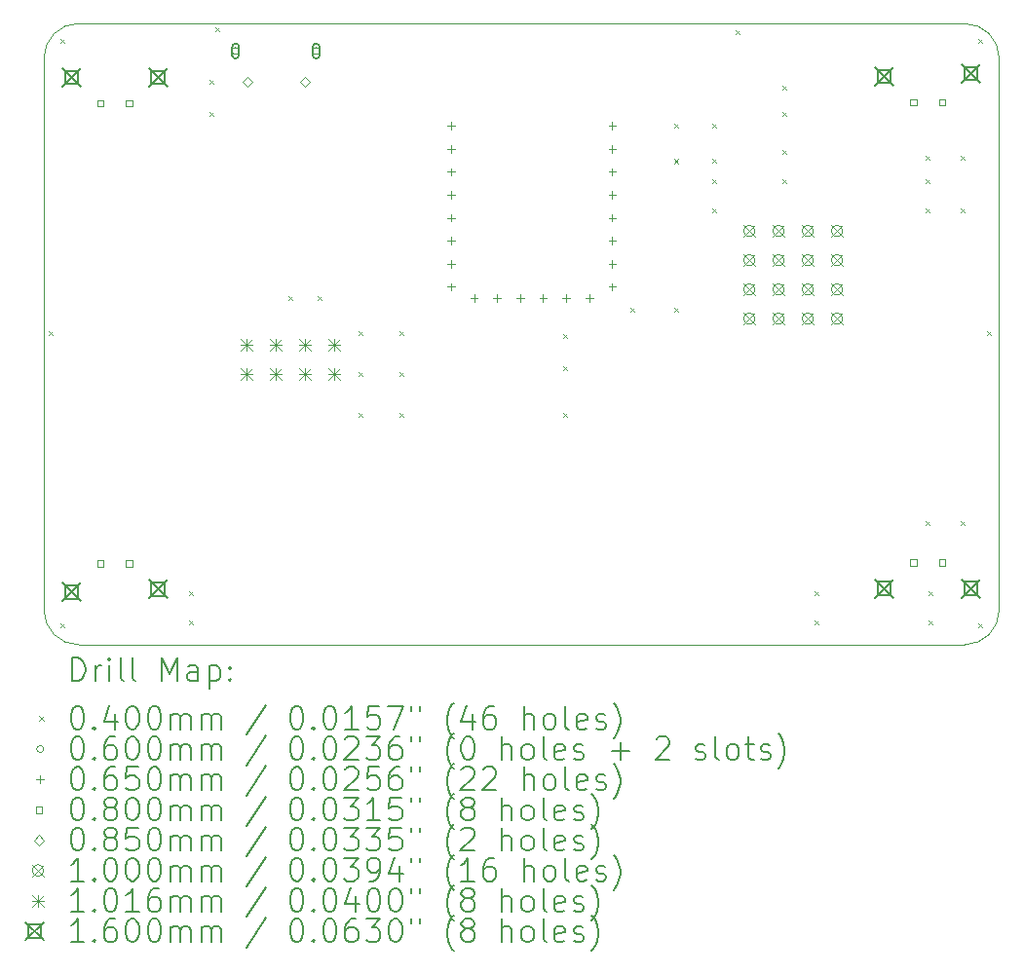
<source format=gbr>
%TF.GenerationSoftware,KiCad,Pcbnew,7.0.2-6a45011f42~172~ubuntu20.04.1*%
%TF.CreationDate,2023-05-20T00:09:14+02:00*%
%TF.ProjectId,pongCard,706f6e67-4361-4726-942e-6b696361645f,rev?*%
%TF.SameCoordinates,Original*%
%TF.FileFunction,Drillmap*%
%TF.FilePolarity,Positive*%
%FSLAX45Y45*%
G04 Gerber Fmt 4.5, Leading zero omitted, Abs format (unit mm)*
G04 Created by KiCad (PCBNEW 7.0.2-6a45011f42~172~ubuntu20.04.1) date 2023-05-20 00:09:14*
%MOMM*%
%LPD*%
G01*
G04 APERTURE LIST*
%ADD10C,0.050000*%
%ADD11C,0.200000*%
%ADD12C,0.040000*%
%ADD13C,0.060000*%
%ADD14C,0.065000*%
%ADD15C,0.080000*%
%ADD16C,0.085000*%
%ADD17C,0.100000*%
%ADD18C,0.101600*%
%ADD19C,0.160000*%
G04 APERTURE END LIST*
D10*
X6350000Y-6050000D02*
G75*
G03*
X6050000Y-6350000I0J-300000D01*
G01*
X6050000Y-11150000D02*
G75*
G03*
X6350000Y-11450000I300000J0D01*
G01*
X6350000Y-11450000D02*
X14050000Y-11450000D01*
X14350000Y-6350000D02*
G75*
G03*
X14050000Y-6050000I-300000J0D01*
G01*
X14050000Y-11450000D02*
G75*
G03*
X14350000Y-11150000I0J300000D01*
G01*
X14350000Y-6350000D02*
X14350000Y-11150000D01*
X6350000Y-6050000D02*
X14050000Y-6050000D01*
X6050000Y-6350000D02*
X6050000Y-11150000D01*
D11*
D12*
X6088700Y-8722400D02*
X6128700Y-8762400D01*
X6128700Y-8722400D02*
X6088700Y-8762400D01*
X6190300Y-6182400D02*
X6230300Y-6222400D01*
X6230300Y-6182400D02*
X6190300Y-6222400D01*
X6190300Y-11262400D02*
X6230300Y-11302400D01*
X6230300Y-11262400D02*
X6190300Y-11302400D01*
X7307900Y-10983000D02*
X7347900Y-11023000D01*
X7347900Y-10983000D02*
X7307900Y-11023000D01*
X7307900Y-11237000D02*
X7347900Y-11277000D01*
X7347900Y-11237000D02*
X7307900Y-11277000D01*
X7485700Y-6538000D02*
X7525700Y-6578000D01*
X7525700Y-6538000D02*
X7485700Y-6578000D01*
X7485700Y-6817400D02*
X7525700Y-6857400D01*
X7525700Y-6817400D02*
X7485700Y-6857400D01*
X7536500Y-6080800D02*
X7576500Y-6120800D01*
X7576500Y-6080800D02*
X7536500Y-6120800D01*
X8171500Y-8417600D02*
X8211500Y-8457600D01*
X8211500Y-8417600D02*
X8171500Y-8457600D01*
X8425500Y-8417600D02*
X8465500Y-8457600D01*
X8465500Y-8417600D02*
X8425500Y-8457600D01*
X8781100Y-8722400D02*
X8821100Y-8762400D01*
X8821100Y-8722400D02*
X8781100Y-8762400D01*
X8781100Y-9078000D02*
X8821100Y-9118000D01*
X8821100Y-9078000D02*
X8781100Y-9118000D01*
X8781100Y-9433600D02*
X8821100Y-9473600D01*
X8821100Y-9433600D02*
X8781100Y-9473600D01*
X9136700Y-8722400D02*
X9176700Y-8762400D01*
X9176700Y-8722400D02*
X9136700Y-8762400D01*
X9136700Y-9078000D02*
X9176700Y-9118000D01*
X9176700Y-9078000D02*
X9136700Y-9118000D01*
X9136700Y-9433600D02*
X9176700Y-9473600D01*
X9176700Y-9433600D02*
X9136700Y-9473600D01*
X10559100Y-8747800D02*
X10599100Y-8787800D01*
X10599100Y-8747800D02*
X10559100Y-8787800D01*
X10559100Y-9027200D02*
X10599100Y-9067200D01*
X10599100Y-9027200D02*
X10559100Y-9067200D01*
X10559100Y-9433600D02*
X10599100Y-9473600D01*
X10599100Y-9433600D02*
X10559100Y-9473600D01*
X11143300Y-8519200D02*
X11183300Y-8559200D01*
X11183300Y-8519200D02*
X11143300Y-8559200D01*
X11523769Y-7225401D02*
X11563769Y-7265401D01*
X11563769Y-7225401D02*
X11523769Y-7265401D01*
X11524300Y-6919000D02*
X11564300Y-6959000D01*
X11564300Y-6919000D02*
X11524300Y-6959000D01*
X11524300Y-8519200D02*
X11564300Y-8559200D01*
X11564300Y-8519200D02*
X11524300Y-8559200D01*
X11854500Y-6919000D02*
X11894500Y-6959000D01*
X11894500Y-6919000D02*
X11854500Y-6959000D01*
X11854500Y-7223800D02*
X11894500Y-7263800D01*
X11894500Y-7223800D02*
X11854500Y-7263800D01*
X11854500Y-7401600D02*
X11894500Y-7441600D01*
X11894500Y-7401600D02*
X11854500Y-7441600D01*
X11854500Y-7655600D02*
X11894500Y-7695600D01*
X11894500Y-7655600D02*
X11854500Y-7695600D01*
X12057700Y-6106200D02*
X12097700Y-6146200D01*
X12097700Y-6106200D02*
X12057700Y-6146200D01*
X12464100Y-6588800D02*
X12504100Y-6628800D01*
X12504100Y-6588800D02*
X12464100Y-6628800D01*
X12464100Y-6817400D02*
X12504100Y-6857400D01*
X12504100Y-6817400D02*
X12464100Y-6857400D01*
X12464100Y-7147600D02*
X12504100Y-7187600D01*
X12504100Y-7147600D02*
X12464100Y-7187600D01*
X12464100Y-7401600D02*
X12504100Y-7441600D01*
X12504100Y-7401600D02*
X12464100Y-7441600D01*
X12743500Y-10983000D02*
X12783500Y-11023000D01*
X12783500Y-10983000D02*
X12743500Y-11023000D01*
X12743500Y-11237000D02*
X12783500Y-11277000D01*
X12783500Y-11237000D02*
X12743500Y-11277000D01*
X13708700Y-7198400D02*
X13748700Y-7238400D01*
X13748700Y-7198400D02*
X13708700Y-7238400D01*
X13708700Y-7401600D02*
X13748700Y-7441600D01*
X13748700Y-7401600D02*
X13708700Y-7441600D01*
X13708700Y-7655600D02*
X13748700Y-7695600D01*
X13748700Y-7655600D02*
X13708700Y-7695600D01*
X13708700Y-10373400D02*
X13748700Y-10413400D01*
X13748700Y-10373400D02*
X13708700Y-10413400D01*
X13734100Y-10983000D02*
X13774100Y-11023000D01*
X13774100Y-10983000D02*
X13734100Y-11023000D01*
X13734100Y-11237000D02*
X13774100Y-11277000D01*
X13774100Y-11237000D02*
X13734100Y-11277000D01*
X14013500Y-7198400D02*
X14053500Y-7238400D01*
X14053500Y-7198400D02*
X14013500Y-7238400D01*
X14013500Y-7655600D02*
X14053500Y-7695600D01*
X14053500Y-7655600D02*
X14013500Y-7695600D01*
X14013500Y-10373400D02*
X14053500Y-10413400D01*
X14053500Y-10373400D02*
X14013500Y-10413400D01*
X14165900Y-6182400D02*
X14205900Y-6222400D01*
X14205900Y-6182400D02*
X14165900Y-6222400D01*
X14165900Y-11262400D02*
X14205900Y-11302400D01*
X14205900Y-11262400D02*
X14165900Y-11302400D01*
X14242100Y-8722400D02*
X14282100Y-8762400D01*
X14282100Y-8722400D02*
X14242100Y-8762400D01*
D13*
X7744500Y-6289750D02*
G75*
G03*
X7744500Y-6289750I-30000J0D01*
G01*
D11*
X7744500Y-6324750D02*
X7744500Y-6254750D01*
X7744500Y-6254750D02*
G75*
G03*
X7684500Y-6254750I-30000J0D01*
G01*
X7684500Y-6254750D02*
X7684500Y-6324750D01*
X7684500Y-6324750D02*
G75*
G03*
X7744500Y-6324750I30000J0D01*
G01*
D13*
X8444500Y-6289750D02*
G75*
G03*
X8444500Y-6289750I-30000J0D01*
G01*
D11*
X8384500Y-6254750D02*
X8384500Y-6324750D01*
X8384500Y-6324750D02*
G75*
G03*
X8444500Y-6324750I30000J0D01*
G01*
X8444500Y-6324750D02*
X8444500Y-6254750D01*
X8444500Y-6254750D02*
G75*
G03*
X8384500Y-6254750I-30000J0D01*
G01*
D14*
X9588500Y-6906500D02*
X9588500Y-6971500D01*
X9556000Y-6939000D02*
X9621000Y-6939000D01*
X9588500Y-7106500D02*
X9588500Y-7171500D01*
X9556000Y-7139000D02*
X9621000Y-7139000D01*
X9588500Y-7306500D02*
X9588500Y-7371500D01*
X9556000Y-7339000D02*
X9621000Y-7339000D01*
X9588500Y-7506500D02*
X9588500Y-7571500D01*
X9556000Y-7539000D02*
X9621000Y-7539000D01*
X9588500Y-7706500D02*
X9588500Y-7771500D01*
X9556000Y-7739000D02*
X9621000Y-7739000D01*
X9588500Y-7906500D02*
X9588500Y-7971500D01*
X9556000Y-7939000D02*
X9621000Y-7939000D01*
X9588500Y-8106500D02*
X9588500Y-8171500D01*
X9556000Y-8139000D02*
X9621000Y-8139000D01*
X9588500Y-8306500D02*
X9588500Y-8371500D01*
X9556000Y-8339000D02*
X9621000Y-8339000D01*
X9787500Y-8406500D02*
X9787500Y-8471500D01*
X9755000Y-8439000D02*
X9820000Y-8439000D01*
X9987500Y-8406500D02*
X9987500Y-8471500D01*
X9955000Y-8439000D02*
X10020000Y-8439000D01*
X10187500Y-8406500D02*
X10187500Y-8471500D01*
X10155000Y-8439000D02*
X10220000Y-8439000D01*
X10387500Y-8406500D02*
X10387500Y-8471500D01*
X10355000Y-8439000D02*
X10420000Y-8439000D01*
X10587500Y-8406500D02*
X10587500Y-8471500D01*
X10555000Y-8439000D02*
X10620000Y-8439000D01*
X10787500Y-8406500D02*
X10787500Y-8471500D01*
X10755000Y-8439000D02*
X10820000Y-8439000D01*
X10988500Y-6906500D02*
X10988500Y-6971500D01*
X10956000Y-6939000D02*
X11021000Y-6939000D01*
X10988500Y-7106500D02*
X10988500Y-7171500D01*
X10956000Y-7139000D02*
X11021000Y-7139000D01*
X10988500Y-7306500D02*
X10988500Y-7371500D01*
X10956000Y-7339000D02*
X11021000Y-7339000D01*
X10988500Y-7506500D02*
X10988500Y-7571500D01*
X10956000Y-7539000D02*
X11021000Y-7539000D01*
X10988500Y-7706500D02*
X10988500Y-7771500D01*
X10956000Y-7739000D02*
X11021000Y-7739000D01*
X10988500Y-7906500D02*
X10988500Y-7971500D01*
X10956000Y-7939000D02*
X11021000Y-7939000D01*
X10988500Y-8106500D02*
X10988500Y-8171500D01*
X10956000Y-8139000D02*
X11021000Y-8139000D01*
X10988500Y-8306500D02*
X10988500Y-8371500D01*
X10956000Y-8339000D02*
X11021000Y-8339000D01*
D15*
X6568784Y-6770684D02*
X6568784Y-6714115D01*
X6512215Y-6714115D01*
X6512215Y-6770684D01*
X6568784Y-6770684D01*
X6568784Y-10770685D02*
X6568784Y-10714116D01*
X6512215Y-10714116D01*
X6512215Y-10770685D01*
X6568784Y-10770685D01*
X6818784Y-6770684D02*
X6818784Y-6714115D01*
X6762215Y-6714115D01*
X6762215Y-6770684D01*
X6818784Y-6770684D01*
X6818784Y-10770685D02*
X6818784Y-10714116D01*
X6762215Y-10714116D01*
X6762215Y-10770685D01*
X6818784Y-10770685D01*
X13631984Y-6764084D02*
X13631984Y-6707515D01*
X13575415Y-6707515D01*
X13575415Y-6764084D01*
X13631984Y-6764084D01*
X13631984Y-10764085D02*
X13631984Y-10707516D01*
X13575415Y-10707516D01*
X13575415Y-10764085D01*
X13631984Y-10764085D01*
X13881984Y-6764084D02*
X13881984Y-6707515D01*
X13825415Y-6707515D01*
X13825415Y-6764084D01*
X13881984Y-6764084D01*
X13881984Y-10764085D02*
X13881984Y-10707516D01*
X13825415Y-10707516D01*
X13825415Y-10764085D01*
X13881984Y-10764085D01*
D16*
X7814500Y-6602250D02*
X7857000Y-6559750D01*
X7814500Y-6517250D01*
X7772000Y-6559750D01*
X7814500Y-6602250D01*
X8314500Y-6602250D02*
X8357000Y-6559750D01*
X8314500Y-6517250D01*
X8272000Y-6559750D01*
X8314500Y-6602250D01*
D17*
X12129300Y-7803400D02*
X12229300Y-7903400D01*
X12229300Y-7803400D02*
X12129300Y-7903400D01*
X12229300Y-7853400D02*
G75*
G03*
X12229300Y-7853400I-50000J0D01*
G01*
X12129300Y-8057400D02*
X12229300Y-8157400D01*
X12229300Y-8057400D02*
X12129300Y-8157400D01*
X12229300Y-8107400D02*
G75*
G03*
X12229300Y-8107400I-50000J0D01*
G01*
X12129300Y-8311400D02*
X12229300Y-8411400D01*
X12229300Y-8311400D02*
X12129300Y-8411400D01*
X12229300Y-8361400D02*
G75*
G03*
X12229300Y-8361400I-50000J0D01*
G01*
X12129300Y-8565400D02*
X12229300Y-8665400D01*
X12229300Y-8565400D02*
X12129300Y-8665400D01*
X12229300Y-8615400D02*
G75*
G03*
X12229300Y-8615400I-50000J0D01*
G01*
X12383300Y-7803400D02*
X12483300Y-7903400D01*
X12483300Y-7803400D02*
X12383300Y-7903400D01*
X12483300Y-7853400D02*
G75*
G03*
X12483300Y-7853400I-50000J0D01*
G01*
X12383300Y-8057400D02*
X12483300Y-8157400D01*
X12483300Y-8057400D02*
X12383300Y-8157400D01*
X12483300Y-8107400D02*
G75*
G03*
X12483300Y-8107400I-50000J0D01*
G01*
X12383300Y-8311400D02*
X12483300Y-8411400D01*
X12483300Y-8311400D02*
X12383300Y-8411400D01*
X12483300Y-8361400D02*
G75*
G03*
X12483300Y-8361400I-50000J0D01*
G01*
X12383300Y-8565400D02*
X12483300Y-8665400D01*
X12483300Y-8565400D02*
X12383300Y-8665400D01*
X12483300Y-8615400D02*
G75*
G03*
X12483300Y-8615400I-50000J0D01*
G01*
X12637300Y-7803400D02*
X12737300Y-7903400D01*
X12737300Y-7803400D02*
X12637300Y-7903400D01*
X12737300Y-7853400D02*
G75*
G03*
X12737300Y-7853400I-50000J0D01*
G01*
X12637300Y-8057400D02*
X12737300Y-8157400D01*
X12737300Y-8057400D02*
X12637300Y-8157400D01*
X12737300Y-8107400D02*
G75*
G03*
X12737300Y-8107400I-50000J0D01*
G01*
X12637300Y-8311400D02*
X12737300Y-8411400D01*
X12737300Y-8311400D02*
X12637300Y-8411400D01*
X12737300Y-8361400D02*
G75*
G03*
X12737300Y-8361400I-50000J0D01*
G01*
X12637300Y-8565400D02*
X12737300Y-8665400D01*
X12737300Y-8565400D02*
X12637300Y-8665400D01*
X12737300Y-8615400D02*
G75*
G03*
X12737300Y-8615400I-50000J0D01*
G01*
X12891300Y-7803400D02*
X12991300Y-7903400D01*
X12991300Y-7803400D02*
X12891300Y-7903400D01*
X12991300Y-7853400D02*
G75*
G03*
X12991300Y-7853400I-50000J0D01*
G01*
X12891300Y-8057400D02*
X12991300Y-8157400D01*
X12991300Y-8057400D02*
X12891300Y-8157400D01*
X12991300Y-8107400D02*
G75*
G03*
X12991300Y-8107400I-50000J0D01*
G01*
X12891300Y-8311400D02*
X12991300Y-8411400D01*
X12991300Y-8311400D02*
X12891300Y-8411400D01*
X12991300Y-8361400D02*
G75*
G03*
X12991300Y-8361400I-50000J0D01*
G01*
X12891300Y-8565400D02*
X12991300Y-8665400D01*
X12991300Y-8565400D02*
X12891300Y-8665400D01*
X12991300Y-8615400D02*
G75*
G03*
X12991300Y-8615400I-50000J0D01*
G01*
D18*
X7759700Y-8793200D02*
X7861300Y-8894800D01*
X7861300Y-8793200D02*
X7759700Y-8894800D01*
X7810500Y-8793200D02*
X7810500Y-8894800D01*
X7759700Y-8844000D02*
X7861300Y-8844000D01*
X7759700Y-9047200D02*
X7861300Y-9148800D01*
X7861300Y-9047200D02*
X7759700Y-9148800D01*
X7810500Y-9047200D02*
X7810500Y-9148800D01*
X7759700Y-9098000D02*
X7861300Y-9098000D01*
X8013700Y-8793200D02*
X8115300Y-8894800D01*
X8115300Y-8793200D02*
X8013700Y-8894800D01*
X8064500Y-8793200D02*
X8064500Y-8894800D01*
X8013700Y-8844000D02*
X8115300Y-8844000D01*
X8013700Y-9047200D02*
X8115300Y-9148800D01*
X8115300Y-9047200D02*
X8013700Y-9148800D01*
X8064500Y-9047200D02*
X8064500Y-9148800D01*
X8013700Y-9098000D02*
X8115300Y-9098000D01*
X8267700Y-8793200D02*
X8369300Y-8894800D01*
X8369300Y-8793200D02*
X8267700Y-8894800D01*
X8318500Y-8793200D02*
X8318500Y-8894800D01*
X8267700Y-8844000D02*
X8369300Y-8844000D01*
X8267700Y-9047200D02*
X8369300Y-9148800D01*
X8369300Y-9047200D02*
X8267700Y-9148800D01*
X8318500Y-9047200D02*
X8318500Y-9148800D01*
X8267700Y-9098000D02*
X8369300Y-9098000D01*
X8521700Y-8793200D02*
X8623300Y-8894800D01*
X8623300Y-8793200D02*
X8521700Y-8894800D01*
X8572500Y-8793200D02*
X8572500Y-8894800D01*
X8521700Y-8844000D02*
X8623300Y-8844000D01*
X8521700Y-9047200D02*
X8623300Y-9148800D01*
X8623300Y-9047200D02*
X8521700Y-9148800D01*
X8572500Y-9047200D02*
X8572500Y-9148800D01*
X8521700Y-9098000D02*
X8623300Y-9098000D01*
D19*
X6210500Y-6437400D02*
X6370500Y-6597400D01*
X6370500Y-6437400D02*
X6210500Y-6597400D01*
X6347069Y-6573969D02*
X6347069Y-6460831D01*
X6233931Y-6460831D01*
X6233931Y-6573969D01*
X6347069Y-6573969D01*
X6210500Y-10912400D02*
X6370500Y-11072400D01*
X6370500Y-10912400D02*
X6210500Y-11072400D01*
X6347069Y-11048969D02*
X6347069Y-10935831D01*
X6233931Y-10935831D01*
X6233931Y-11048969D01*
X6347069Y-11048969D01*
X6960500Y-6437400D02*
X7120500Y-6597400D01*
X7120500Y-6437400D02*
X6960500Y-6597400D01*
X7097069Y-6573969D02*
X7097069Y-6460831D01*
X6983931Y-6460831D01*
X6983931Y-6573969D01*
X7097069Y-6573969D01*
X6960500Y-10887400D02*
X7120500Y-11047400D01*
X7120500Y-10887400D02*
X6960500Y-11047400D01*
X7097069Y-11023969D02*
X7097069Y-10910831D01*
X6983931Y-10910831D01*
X6983931Y-11023969D01*
X7097069Y-11023969D01*
X13273700Y-6430800D02*
X13433700Y-6590800D01*
X13433700Y-6430800D02*
X13273700Y-6590800D01*
X13410269Y-6567369D02*
X13410269Y-6454231D01*
X13297131Y-6454231D01*
X13297131Y-6567369D01*
X13410269Y-6567369D01*
X13273700Y-10880800D02*
X13433700Y-11040800D01*
X13433700Y-10880800D02*
X13273700Y-11040800D01*
X13410269Y-11017369D02*
X13410269Y-10904231D01*
X13297131Y-10904231D01*
X13297131Y-11017369D01*
X13410269Y-11017369D01*
X14023700Y-6405800D02*
X14183700Y-6565800D01*
X14183700Y-6405800D02*
X14023700Y-6565800D01*
X14160269Y-6542369D02*
X14160269Y-6429231D01*
X14047131Y-6429231D01*
X14047131Y-6542369D01*
X14160269Y-6542369D01*
X14023700Y-10880800D02*
X14183700Y-11040800D01*
X14183700Y-10880800D02*
X14023700Y-11040800D01*
X14160269Y-11017369D02*
X14160269Y-10904231D01*
X14047131Y-10904231D01*
X14047131Y-11017369D01*
X14160269Y-11017369D01*
D11*
X6295119Y-11765024D02*
X6295119Y-11565024D01*
X6295119Y-11565024D02*
X6342738Y-11565024D01*
X6342738Y-11565024D02*
X6371309Y-11574548D01*
X6371309Y-11574548D02*
X6390357Y-11593595D01*
X6390357Y-11593595D02*
X6399881Y-11612643D01*
X6399881Y-11612643D02*
X6409405Y-11650738D01*
X6409405Y-11650738D02*
X6409405Y-11679309D01*
X6409405Y-11679309D02*
X6399881Y-11717405D01*
X6399881Y-11717405D02*
X6390357Y-11736452D01*
X6390357Y-11736452D02*
X6371309Y-11755500D01*
X6371309Y-11755500D02*
X6342738Y-11765024D01*
X6342738Y-11765024D02*
X6295119Y-11765024D01*
X6495119Y-11765024D02*
X6495119Y-11631690D01*
X6495119Y-11669786D02*
X6504643Y-11650738D01*
X6504643Y-11650738D02*
X6514167Y-11641214D01*
X6514167Y-11641214D02*
X6533214Y-11631690D01*
X6533214Y-11631690D02*
X6552262Y-11631690D01*
X6618928Y-11765024D02*
X6618928Y-11631690D01*
X6618928Y-11565024D02*
X6609405Y-11574548D01*
X6609405Y-11574548D02*
X6618928Y-11584071D01*
X6618928Y-11584071D02*
X6628452Y-11574548D01*
X6628452Y-11574548D02*
X6618928Y-11565024D01*
X6618928Y-11565024D02*
X6618928Y-11584071D01*
X6742738Y-11765024D02*
X6723690Y-11755500D01*
X6723690Y-11755500D02*
X6714167Y-11736452D01*
X6714167Y-11736452D02*
X6714167Y-11565024D01*
X6847500Y-11765024D02*
X6828452Y-11755500D01*
X6828452Y-11755500D02*
X6818928Y-11736452D01*
X6818928Y-11736452D02*
X6818928Y-11565024D01*
X7076071Y-11765024D02*
X7076071Y-11565024D01*
X7076071Y-11565024D02*
X7142738Y-11707881D01*
X7142738Y-11707881D02*
X7209405Y-11565024D01*
X7209405Y-11565024D02*
X7209405Y-11765024D01*
X7390357Y-11765024D02*
X7390357Y-11660262D01*
X7390357Y-11660262D02*
X7380833Y-11641214D01*
X7380833Y-11641214D02*
X7361786Y-11631690D01*
X7361786Y-11631690D02*
X7323690Y-11631690D01*
X7323690Y-11631690D02*
X7304643Y-11641214D01*
X7390357Y-11755500D02*
X7371309Y-11765024D01*
X7371309Y-11765024D02*
X7323690Y-11765024D01*
X7323690Y-11765024D02*
X7304643Y-11755500D01*
X7304643Y-11755500D02*
X7295119Y-11736452D01*
X7295119Y-11736452D02*
X7295119Y-11717405D01*
X7295119Y-11717405D02*
X7304643Y-11698357D01*
X7304643Y-11698357D02*
X7323690Y-11688833D01*
X7323690Y-11688833D02*
X7371309Y-11688833D01*
X7371309Y-11688833D02*
X7390357Y-11679309D01*
X7485595Y-11631690D02*
X7485595Y-11831690D01*
X7485595Y-11641214D02*
X7504643Y-11631690D01*
X7504643Y-11631690D02*
X7542738Y-11631690D01*
X7542738Y-11631690D02*
X7561786Y-11641214D01*
X7561786Y-11641214D02*
X7571309Y-11650738D01*
X7571309Y-11650738D02*
X7580833Y-11669786D01*
X7580833Y-11669786D02*
X7580833Y-11726928D01*
X7580833Y-11726928D02*
X7571309Y-11745976D01*
X7571309Y-11745976D02*
X7561786Y-11755500D01*
X7561786Y-11755500D02*
X7542738Y-11765024D01*
X7542738Y-11765024D02*
X7504643Y-11765024D01*
X7504643Y-11765024D02*
X7485595Y-11755500D01*
X7666548Y-11745976D02*
X7676071Y-11755500D01*
X7676071Y-11755500D02*
X7666548Y-11765024D01*
X7666548Y-11765024D02*
X7657024Y-11755500D01*
X7657024Y-11755500D02*
X7666548Y-11745976D01*
X7666548Y-11745976D02*
X7666548Y-11765024D01*
X7666548Y-11641214D02*
X7676071Y-11650738D01*
X7676071Y-11650738D02*
X7666548Y-11660262D01*
X7666548Y-11660262D02*
X7657024Y-11650738D01*
X7657024Y-11650738D02*
X7666548Y-11641214D01*
X7666548Y-11641214D02*
X7666548Y-11660262D01*
D12*
X6007500Y-12072500D02*
X6047500Y-12112500D01*
X6047500Y-12072500D02*
X6007500Y-12112500D01*
D11*
X6333214Y-11985024D02*
X6352262Y-11985024D01*
X6352262Y-11985024D02*
X6371309Y-11994548D01*
X6371309Y-11994548D02*
X6380833Y-12004071D01*
X6380833Y-12004071D02*
X6390357Y-12023119D01*
X6390357Y-12023119D02*
X6399881Y-12061214D01*
X6399881Y-12061214D02*
X6399881Y-12108833D01*
X6399881Y-12108833D02*
X6390357Y-12146928D01*
X6390357Y-12146928D02*
X6380833Y-12165976D01*
X6380833Y-12165976D02*
X6371309Y-12175500D01*
X6371309Y-12175500D02*
X6352262Y-12185024D01*
X6352262Y-12185024D02*
X6333214Y-12185024D01*
X6333214Y-12185024D02*
X6314167Y-12175500D01*
X6314167Y-12175500D02*
X6304643Y-12165976D01*
X6304643Y-12165976D02*
X6295119Y-12146928D01*
X6295119Y-12146928D02*
X6285595Y-12108833D01*
X6285595Y-12108833D02*
X6285595Y-12061214D01*
X6285595Y-12061214D02*
X6295119Y-12023119D01*
X6295119Y-12023119D02*
X6304643Y-12004071D01*
X6304643Y-12004071D02*
X6314167Y-11994548D01*
X6314167Y-11994548D02*
X6333214Y-11985024D01*
X6485595Y-12165976D02*
X6495119Y-12175500D01*
X6495119Y-12175500D02*
X6485595Y-12185024D01*
X6485595Y-12185024D02*
X6476071Y-12175500D01*
X6476071Y-12175500D02*
X6485595Y-12165976D01*
X6485595Y-12165976D02*
X6485595Y-12185024D01*
X6666548Y-12051690D02*
X6666548Y-12185024D01*
X6618928Y-11975500D02*
X6571309Y-12118357D01*
X6571309Y-12118357D02*
X6695119Y-12118357D01*
X6809405Y-11985024D02*
X6828452Y-11985024D01*
X6828452Y-11985024D02*
X6847500Y-11994548D01*
X6847500Y-11994548D02*
X6857024Y-12004071D01*
X6857024Y-12004071D02*
X6866548Y-12023119D01*
X6866548Y-12023119D02*
X6876071Y-12061214D01*
X6876071Y-12061214D02*
X6876071Y-12108833D01*
X6876071Y-12108833D02*
X6866548Y-12146928D01*
X6866548Y-12146928D02*
X6857024Y-12165976D01*
X6857024Y-12165976D02*
X6847500Y-12175500D01*
X6847500Y-12175500D02*
X6828452Y-12185024D01*
X6828452Y-12185024D02*
X6809405Y-12185024D01*
X6809405Y-12185024D02*
X6790357Y-12175500D01*
X6790357Y-12175500D02*
X6780833Y-12165976D01*
X6780833Y-12165976D02*
X6771309Y-12146928D01*
X6771309Y-12146928D02*
X6761786Y-12108833D01*
X6761786Y-12108833D02*
X6761786Y-12061214D01*
X6761786Y-12061214D02*
X6771309Y-12023119D01*
X6771309Y-12023119D02*
X6780833Y-12004071D01*
X6780833Y-12004071D02*
X6790357Y-11994548D01*
X6790357Y-11994548D02*
X6809405Y-11985024D01*
X6999881Y-11985024D02*
X7018929Y-11985024D01*
X7018929Y-11985024D02*
X7037976Y-11994548D01*
X7037976Y-11994548D02*
X7047500Y-12004071D01*
X7047500Y-12004071D02*
X7057024Y-12023119D01*
X7057024Y-12023119D02*
X7066548Y-12061214D01*
X7066548Y-12061214D02*
X7066548Y-12108833D01*
X7066548Y-12108833D02*
X7057024Y-12146928D01*
X7057024Y-12146928D02*
X7047500Y-12165976D01*
X7047500Y-12165976D02*
X7037976Y-12175500D01*
X7037976Y-12175500D02*
X7018929Y-12185024D01*
X7018929Y-12185024D02*
X6999881Y-12185024D01*
X6999881Y-12185024D02*
X6980833Y-12175500D01*
X6980833Y-12175500D02*
X6971309Y-12165976D01*
X6971309Y-12165976D02*
X6961786Y-12146928D01*
X6961786Y-12146928D02*
X6952262Y-12108833D01*
X6952262Y-12108833D02*
X6952262Y-12061214D01*
X6952262Y-12061214D02*
X6961786Y-12023119D01*
X6961786Y-12023119D02*
X6971309Y-12004071D01*
X6971309Y-12004071D02*
X6980833Y-11994548D01*
X6980833Y-11994548D02*
X6999881Y-11985024D01*
X7152262Y-12185024D02*
X7152262Y-12051690D01*
X7152262Y-12070738D02*
X7161786Y-12061214D01*
X7161786Y-12061214D02*
X7180833Y-12051690D01*
X7180833Y-12051690D02*
X7209405Y-12051690D01*
X7209405Y-12051690D02*
X7228452Y-12061214D01*
X7228452Y-12061214D02*
X7237976Y-12080262D01*
X7237976Y-12080262D02*
X7237976Y-12185024D01*
X7237976Y-12080262D02*
X7247500Y-12061214D01*
X7247500Y-12061214D02*
X7266548Y-12051690D01*
X7266548Y-12051690D02*
X7295119Y-12051690D01*
X7295119Y-12051690D02*
X7314167Y-12061214D01*
X7314167Y-12061214D02*
X7323690Y-12080262D01*
X7323690Y-12080262D02*
X7323690Y-12185024D01*
X7418929Y-12185024D02*
X7418929Y-12051690D01*
X7418929Y-12070738D02*
X7428452Y-12061214D01*
X7428452Y-12061214D02*
X7447500Y-12051690D01*
X7447500Y-12051690D02*
X7476071Y-12051690D01*
X7476071Y-12051690D02*
X7495119Y-12061214D01*
X7495119Y-12061214D02*
X7504643Y-12080262D01*
X7504643Y-12080262D02*
X7504643Y-12185024D01*
X7504643Y-12080262D02*
X7514167Y-12061214D01*
X7514167Y-12061214D02*
X7533214Y-12051690D01*
X7533214Y-12051690D02*
X7561786Y-12051690D01*
X7561786Y-12051690D02*
X7580833Y-12061214D01*
X7580833Y-12061214D02*
X7590357Y-12080262D01*
X7590357Y-12080262D02*
X7590357Y-12185024D01*
X7980833Y-11975500D02*
X7809405Y-12232643D01*
X8237976Y-11985024D02*
X8257024Y-11985024D01*
X8257024Y-11985024D02*
X8276072Y-11994548D01*
X8276072Y-11994548D02*
X8285595Y-12004071D01*
X8285595Y-12004071D02*
X8295119Y-12023119D01*
X8295119Y-12023119D02*
X8304643Y-12061214D01*
X8304643Y-12061214D02*
X8304643Y-12108833D01*
X8304643Y-12108833D02*
X8295119Y-12146928D01*
X8295119Y-12146928D02*
X8285595Y-12165976D01*
X8285595Y-12165976D02*
X8276072Y-12175500D01*
X8276072Y-12175500D02*
X8257024Y-12185024D01*
X8257024Y-12185024D02*
X8237976Y-12185024D01*
X8237976Y-12185024D02*
X8218929Y-12175500D01*
X8218929Y-12175500D02*
X8209405Y-12165976D01*
X8209405Y-12165976D02*
X8199881Y-12146928D01*
X8199881Y-12146928D02*
X8190357Y-12108833D01*
X8190357Y-12108833D02*
X8190357Y-12061214D01*
X8190357Y-12061214D02*
X8199881Y-12023119D01*
X8199881Y-12023119D02*
X8209405Y-12004071D01*
X8209405Y-12004071D02*
X8218929Y-11994548D01*
X8218929Y-11994548D02*
X8237976Y-11985024D01*
X8390357Y-12165976D02*
X8399881Y-12175500D01*
X8399881Y-12175500D02*
X8390357Y-12185024D01*
X8390357Y-12185024D02*
X8380833Y-12175500D01*
X8380833Y-12175500D02*
X8390357Y-12165976D01*
X8390357Y-12165976D02*
X8390357Y-12185024D01*
X8523691Y-11985024D02*
X8542738Y-11985024D01*
X8542738Y-11985024D02*
X8561786Y-11994548D01*
X8561786Y-11994548D02*
X8571310Y-12004071D01*
X8571310Y-12004071D02*
X8580834Y-12023119D01*
X8580834Y-12023119D02*
X8590357Y-12061214D01*
X8590357Y-12061214D02*
X8590357Y-12108833D01*
X8590357Y-12108833D02*
X8580834Y-12146928D01*
X8580834Y-12146928D02*
X8571310Y-12165976D01*
X8571310Y-12165976D02*
X8561786Y-12175500D01*
X8561786Y-12175500D02*
X8542738Y-12185024D01*
X8542738Y-12185024D02*
X8523691Y-12185024D01*
X8523691Y-12185024D02*
X8504643Y-12175500D01*
X8504643Y-12175500D02*
X8495119Y-12165976D01*
X8495119Y-12165976D02*
X8485595Y-12146928D01*
X8485595Y-12146928D02*
X8476072Y-12108833D01*
X8476072Y-12108833D02*
X8476072Y-12061214D01*
X8476072Y-12061214D02*
X8485595Y-12023119D01*
X8485595Y-12023119D02*
X8495119Y-12004071D01*
X8495119Y-12004071D02*
X8504643Y-11994548D01*
X8504643Y-11994548D02*
X8523691Y-11985024D01*
X8780834Y-12185024D02*
X8666548Y-12185024D01*
X8723691Y-12185024D02*
X8723691Y-11985024D01*
X8723691Y-11985024D02*
X8704643Y-12013595D01*
X8704643Y-12013595D02*
X8685595Y-12032643D01*
X8685595Y-12032643D02*
X8666548Y-12042167D01*
X8961786Y-11985024D02*
X8866548Y-11985024D01*
X8866548Y-11985024D02*
X8857024Y-12080262D01*
X8857024Y-12080262D02*
X8866548Y-12070738D01*
X8866548Y-12070738D02*
X8885595Y-12061214D01*
X8885595Y-12061214D02*
X8933215Y-12061214D01*
X8933215Y-12061214D02*
X8952262Y-12070738D01*
X8952262Y-12070738D02*
X8961786Y-12080262D01*
X8961786Y-12080262D02*
X8971310Y-12099309D01*
X8971310Y-12099309D02*
X8971310Y-12146928D01*
X8971310Y-12146928D02*
X8961786Y-12165976D01*
X8961786Y-12165976D02*
X8952262Y-12175500D01*
X8952262Y-12175500D02*
X8933215Y-12185024D01*
X8933215Y-12185024D02*
X8885595Y-12185024D01*
X8885595Y-12185024D02*
X8866548Y-12175500D01*
X8866548Y-12175500D02*
X8857024Y-12165976D01*
X9037976Y-11985024D02*
X9171310Y-11985024D01*
X9171310Y-11985024D02*
X9085595Y-12185024D01*
X9237976Y-11985024D02*
X9237976Y-12023119D01*
X9314167Y-11985024D02*
X9314167Y-12023119D01*
X9609405Y-12261214D02*
X9599881Y-12251690D01*
X9599881Y-12251690D02*
X9580834Y-12223119D01*
X9580834Y-12223119D02*
X9571310Y-12204071D01*
X9571310Y-12204071D02*
X9561786Y-12175500D01*
X9561786Y-12175500D02*
X9552262Y-12127881D01*
X9552262Y-12127881D02*
X9552262Y-12089786D01*
X9552262Y-12089786D02*
X9561786Y-12042167D01*
X9561786Y-12042167D02*
X9571310Y-12013595D01*
X9571310Y-12013595D02*
X9580834Y-11994548D01*
X9580834Y-11994548D02*
X9599881Y-11965976D01*
X9599881Y-11965976D02*
X9609405Y-11956452D01*
X9771310Y-12051690D02*
X9771310Y-12185024D01*
X9723691Y-11975500D02*
X9676072Y-12118357D01*
X9676072Y-12118357D02*
X9799881Y-12118357D01*
X9961786Y-11985024D02*
X9923691Y-11985024D01*
X9923691Y-11985024D02*
X9904643Y-11994548D01*
X9904643Y-11994548D02*
X9895119Y-12004071D01*
X9895119Y-12004071D02*
X9876072Y-12032643D01*
X9876072Y-12032643D02*
X9866548Y-12070738D01*
X9866548Y-12070738D02*
X9866548Y-12146928D01*
X9866548Y-12146928D02*
X9876072Y-12165976D01*
X9876072Y-12165976D02*
X9885596Y-12175500D01*
X9885596Y-12175500D02*
X9904643Y-12185024D01*
X9904643Y-12185024D02*
X9942738Y-12185024D01*
X9942738Y-12185024D02*
X9961786Y-12175500D01*
X9961786Y-12175500D02*
X9971310Y-12165976D01*
X9971310Y-12165976D02*
X9980834Y-12146928D01*
X9980834Y-12146928D02*
X9980834Y-12099309D01*
X9980834Y-12099309D02*
X9971310Y-12080262D01*
X9971310Y-12080262D02*
X9961786Y-12070738D01*
X9961786Y-12070738D02*
X9942738Y-12061214D01*
X9942738Y-12061214D02*
X9904643Y-12061214D01*
X9904643Y-12061214D02*
X9885596Y-12070738D01*
X9885596Y-12070738D02*
X9876072Y-12080262D01*
X9876072Y-12080262D02*
X9866548Y-12099309D01*
X10218929Y-12185024D02*
X10218929Y-11985024D01*
X10304643Y-12185024D02*
X10304643Y-12080262D01*
X10304643Y-12080262D02*
X10295119Y-12061214D01*
X10295119Y-12061214D02*
X10276072Y-12051690D01*
X10276072Y-12051690D02*
X10247500Y-12051690D01*
X10247500Y-12051690D02*
X10228453Y-12061214D01*
X10228453Y-12061214D02*
X10218929Y-12070738D01*
X10428453Y-12185024D02*
X10409405Y-12175500D01*
X10409405Y-12175500D02*
X10399881Y-12165976D01*
X10399881Y-12165976D02*
X10390358Y-12146928D01*
X10390358Y-12146928D02*
X10390358Y-12089786D01*
X10390358Y-12089786D02*
X10399881Y-12070738D01*
X10399881Y-12070738D02*
X10409405Y-12061214D01*
X10409405Y-12061214D02*
X10428453Y-12051690D01*
X10428453Y-12051690D02*
X10457024Y-12051690D01*
X10457024Y-12051690D02*
X10476072Y-12061214D01*
X10476072Y-12061214D02*
X10485596Y-12070738D01*
X10485596Y-12070738D02*
X10495119Y-12089786D01*
X10495119Y-12089786D02*
X10495119Y-12146928D01*
X10495119Y-12146928D02*
X10485596Y-12165976D01*
X10485596Y-12165976D02*
X10476072Y-12175500D01*
X10476072Y-12175500D02*
X10457024Y-12185024D01*
X10457024Y-12185024D02*
X10428453Y-12185024D01*
X10609405Y-12185024D02*
X10590358Y-12175500D01*
X10590358Y-12175500D02*
X10580834Y-12156452D01*
X10580834Y-12156452D02*
X10580834Y-11985024D01*
X10761786Y-12175500D02*
X10742739Y-12185024D01*
X10742739Y-12185024D02*
X10704643Y-12185024D01*
X10704643Y-12185024D02*
X10685596Y-12175500D01*
X10685596Y-12175500D02*
X10676072Y-12156452D01*
X10676072Y-12156452D02*
X10676072Y-12080262D01*
X10676072Y-12080262D02*
X10685596Y-12061214D01*
X10685596Y-12061214D02*
X10704643Y-12051690D01*
X10704643Y-12051690D02*
X10742739Y-12051690D01*
X10742739Y-12051690D02*
X10761786Y-12061214D01*
X10761786Y-12061214D02*
X10771310Y-12080262D01*
X10771310Y-12080262D02*
X10771310Y-12099309D01*
X10771310Y-12099309D02*
X10676072Y-12118357D01*
X10847500Y-12175500D02*
X10866548Y-12185024D01*
X10866548Y-12185024D02*
X10904643Y-12185024D01*
X10904643Y-12185024D02*
X10923691Y-12175500D01*
X10923691Y-12175500D02*
X10933215Y-12156452D01*
X10933215Y-12156452D02*
X10933215Y-12146928D01*
X10933215Y-12146928D02*
X10923691Y-12127881D01*
X10923691Y-12127881D02*
X10904643Y-12118357D01*
X10904643Y-12118357D02*
X10876072Y-12118357D01*
X10876072Y-12118357D02*
X10857024Y-12108833D01*
X10857024Y-12108833D02*
X10847500Y-12089786D01*
X10847500Y-12089786D02*
X10847500Y-12080262D01*
X10847500Y-12080262D02*
X10857024Y-12061214D01*
X10857024Y-12061214D02*
X10876072Y-12051690D01*
X10876072Y-12051690D02*
X10904643Y-12051690D01*
X10904643Y-12051690D02*
X10923691Y-12061214D01*
X10999881Y-12261214D02*
X11009405Y-12251690D01*
X11009405Y-12251690D02*
X11028453Y-12223119D01*
X11028453Y-12223119D02*
X11037977Y-12204071D01*
X11037977Y-12204071D02*
X11047500Y-12175500D01*
X11047500Y-12175500D02*
X11057024Y-12127881D01*
X11057024Y-12127881D02*
X11057024Y-12089786D01*
X11057024Y-12089786D02*
X11047500Y-12042167D01*
X11047500Y-12042167D02*
X11037977Y-12013595D01*
X11037977Y-12013595D02*
X11028453Y-11994548D01*
X11028453Y-11994548D02*
X11009405Y-11965976D01*
X11009405Y-11965976D02*
X10999881Y-11956452D01*
D13*
X6047500Y-12356500D02*
G75*
G03*
X6047500Y-12356500I-30000J0D01*
G01*
D11*
X6333214Y-12249024D02*
X6352262Y-12249024D01*
X6352262Y-12249024D02*
X6371309Y-12258548D01*
X6371309Y-12258548D02*
X6380833Y-12268071D01*
X6380833Y-12268071D02*
X6390357Y-12287119D01*
X6390357Y-12287119D02*
X6399881Y-12325214D01*
X6399881Y-12325214D02*
X6399881Y-12372833D01*
X6399881Y-12372833D02*
X6390357Y-12410928D01*
X6390357Y-12410928D02*
X6380833Y-12429976D01*
X6380833Y-12429976D02*
X6371309Y-12439500D01*
X6371309Y-12439500D02*
X6352262Y-12449024D01*
X6352262Y-12449024D02*
X6333214Y-12449024D01*
X6333214Y-12449024D02*
X6314167Y-12439500D01*
X6314167Y-12439500D02*
X6304643Y-12429976D01*
X6304643Y-12429976D02*
X6295119Y-12410928D01*
X6295119Y-12410928D02*
X6285595Y-12372833D01*
X6285595Y-12372833D02*
X6285595Y-12325214D01*
X6285595Y-12325214D02*
X6295119Y-12287119D01*
X6295119Y-12287119D02*
X6304643Y-12268071D01*
X6304643Y-12268071D02*
X6314167Y-12258548D01*
X6314167Y-12258548D02*
X6333214Y-12249024D01*
X6485595Y-12429976D02*
X6495119Y-12439500D01*
X6495119Y-12439500D02*
X6485595Y-12449024D01*
X6485595Y-12449024D02*
X6476071Y-12439500D01*
X6476071Y-12439500D02*
X6485595Y-12429976D01*
X6485595Y-12429976D02*
X6485595Y-12449024D01*
X6666548Y-12249024D02*
X6628452Y-12249024D01*
X6628452Y-12249024D02*
X6609405Y-12258548D01*
X6609405Y-12258548D02*
X6599881Y-12268071D01*
X6599881Y-12268071D02*
X6580833Y-12296643D01*
X6580833Y-12296643D02*
X6571309Y-12334738D01*
X6571309Y-12334738D02*
X6571309Y-12410928D01*
X6571309Y-12410928D02*
X6580833Y-12429976D01*
X6580833Y-12429976D02*
X6590357Y-12439500D01*
X6590357Y-12439500D02*
X6609405Y-12449024D01*
X6609405Y-12449024D02*
X6647500Y-12449024D01*
X6647500Y-12449024D02*
X6666548Y-12439500D01*
X6666548Y-12439500D02*
X6676071Y-12429976D01*
X6676071Y-12429976D02*
X6685595Y-12410928D01*
X6685595Y-12410928D02*
X6685595Y-12363309D01*
X6685595Y-12363309D02*
X6676071Y-12344262D01*
X6676071Y-12344262D02*
X6666548Y-12334738D01*
X6666548Y-12334738D02*
X6647500Y-12325214D01*
X6647500Y-12325214D02*
X6609405Y-12325214D01*
X6609405Y-12325214D02*
X6590357Y-12334738D01*
X6590357Y-12334738D02*
X6580833Y-12344262D01*
X6580833Y-12344262D02*
X6571309Y-12363309D01*
X6809405Y-12249024D02*
X6828452Y-12249024D01*
X6828452Y-12249024D02*
X6847500Y-12258548D01*
X6847500Y-12258548D02*
X6857024Y-12268071D01*
X6857024Y-12268071D02*
X6866548Y-12287119D01*
X6866548Y-12287119D02*
X6876071Y-12325214D01*
X6876071Y-12325214D02*
X6876071Y-12372833D01*
X6876071Y-12372833D02*
X6866548Y-12410928D01*
X6866548Y-12410928D02*
X6857024Y-12429976D01*
X6857024Y-12429976D02*
X6847500Y-12439500D01*
X6847500Y-12439500D02*
X6828452Y-12449024D01*
X6828452Y-12449024D02*
X6809405Y-12449024D01*
X6809405Y-12449024D02*
X6790357Y-12439500D01*
X6790357Y-12439500D02*
X6780833Y-12429976D01*
X6780833Y-12429976D02*
X6771309Y-12410928D01*
X6771309Y-12410928D02*
X6761786Y-12372833D01*
X6761786Y-12372833D02*
X6761786Y-12325214D01*
X6761786Y-12325214D02*
X6771309Y-12287119D01*
X6771309Y-12287119D02*
X6780833Y-12268071D01*
X6780833Y-12268071D02*
X6790357Y-12258548D01*
X6790357Y-12258548D02*
X6809405Y-12249024D01*
X6999881Y-12249024D02*
X7018929Y-12249024D01*
X7018929Y-12249024D02*
X7037976Y-12258548D01*
X7037976Y-12258548D02*
X7047500Y-12268071D01*
X7047500Y-12268071D02*
X7057024Y-12287119D01*
X7057024Y-12287119D02*
X7066548Y-12325214D01*
X7066548Y-12325214D02*
X7066548Y-12372833D01*
X7066548Y-12372833D02*
X7057024Y-12410928D01*
X7057024Y-12410928D02*
X7047500Y-12429976D01*
X7047500Y-12429976D02*
X7037976Y-12439500D01*
X7037976Y-12439500D02*
X7018929Y-12449024D01*
X7018929Y-12449024D02*
X6999881Y-12449024D01*
X6999881Y-12449024D02*
X6980833Y-12439500D01*
X6980833Y-12439500D02*
X6971309Y-12429976D01*
X6971309Y-12429976D02*
X6961786Y-12410928D01*
X6961786Y-12410928D02*
X6952262Y-12372833D01*
X6952262Y-12372833D02*
X6952262Y-12325214D01*
X6952262Y-12325214D02*
X6961786Y-12287119D01*
X6961786Y-12287119D02*
X6971309Y-12268071D01*
X6971309Y-12268071D02*
X6980833Y-12258548D01*
X6980833Y-12258548D02*
X6999881Y-12249024D01*
X7152262Y-12449024D02*
X7152262Y-12315690D01*
X7152262Y-12334738D02*
X7161786Y-12325214D01*
X7161786Y-12325214D02*
X7180833Y-12315690D01*
X7180833Y-12315690D02*
X7209405Y-12315690D01*
X7209405Y-12315690D02*
X7228452Y-12325214D01*
X7228452Y-12325214D02*
X7237976Y-12344262D01*
X7237976Y-12344262D02*
X7237976Y-12449024D01*
X7237976Y-12344262D02*
X7247500Y-12325214D01*
X7247500Y-12325214D02*
X7266548Y-12315690D01*
X7266548Y-12315690D02*
X7295119Y-12315690D01*
X7295119Y-12315690D02*
X7314167Y-12325214D01*
X7314167Y-12325214D02*
X7323690Y-12344262D01*
X7323690Y-12344262D02*
X7323690Y-12449024D01*
X7418929Y-12449024D02*
X7418929Y-12315690D01*
X7418929Y-12334738D02*
X7428452Y-12325214D01*
X7428452Y-12325214D02*
X7447500Y-12315690D01*
X7447500Y-12315690D02*
X7476071Y-12315690D01*
X7476071Y-12315690D02*
X7495119Y-12325214D01*
X7495119Y-12325214D02*
X7504643Y-12344262D01*
X7504643Y-12344262D02*
X7504643Y-12449024D01*
X7504643Y-12344262D02*
X7514167Y-12325214D01*
X7514167Y-12325214D02*
X7533214Y-12315690D01*
X7533214Y-12315690D02*
X7561786Y-12315690D01*
X7561786Y-12315690D02*
X7580833Y-12325214D01*
X7580833Y-12325214D02*
X7590357Y-12344262D01*
X7590357Y-12344262D02*
X7590357Y-12449024D01*
X7980833Y-12239500D02*
X7809405Y-12496643D01*
X8237976Y-12249024D02*
X8257024Y-12249024D01*
X8257024Y-12249024D02*
X8276072Y-12258548D01*
X8276072Y-12258548D02*
X8285595Y-12268071D01*
X8285595Y-12268071D02*
X8295119Y-12287119D01*
X8295119Y-12287119D02*
X8304643Y-12325214D01*
X8304643Y-12325214D02*
X8304643Y-12372833D01*
X8304643Y-12372833D02*
X8295119Y-12410928D01*
X8295119Y-12410928D02*
X8285595Y-12429976D01*
X8285595Y-12429976D02*
X8276072Y-12439500D01*
X8276072Y-12439500D02*
X8257024Y-12449024D01*
X8257024Y-12449024D02*
X8237976Y-12449024D01*
X8237976Y-12449024D02*
X8218929Y-12439500D01*
X8218929Y-12439500D02*
X8209405Y-12429976D01*
X8209405Y-12429976D02*
X8199881Y-12410928D01*
X8199881Y-12410928D02*
X8190357Y-12372833D01*
X8190357Y-12372833D02*
X8190357Y-12325214D01*
X8190357Y-12325214D02*
X8199881Y-12287119D01*
X8199881Y-12287119D02*
X8209405Y-12268071D01*
X8209405Y-12268071D02*
X8218929Y-12258548D01*
X8218929Y-12258548D02*
X8237976Y-12249024D01*
X8390357Y-12429976D02*
X8399881Y-12439500D01*
X8399881Y-12439500D02*
X8390357Y-12449024D01*
X8390357Y-12449024D02*
X8380833Y-12439500D01*
X8380833Y-12439500D02*
X8390357Y-12429976D01*
X8390357Y-12429976D02*
X8390357Y-12449024D01*
X8523691Y-12249024D02*
X8542738Y-12249024D01*
X8542738Y-12249024D02*
X8561786Y-12258548D01*
X8561786Y-12258548D02*
X8571310Y-12268071D01*
X8571310Y-12268071D02*
X8580834Y-12287119D01*
X8580834Y-12287119D02*
X8590357Y-12325214D01*
X8590357Y-12325214D02*
X8590357Y-12372833D01*
X8590357Y-12372833D02*
X8580834Y-12410928D01*
X8580834Y-12410928D02*
X8571310Y-12429976D01*
X8571310Y-12429976D02*
X8561786Y-12439500D01*
X8561786Y-12439500D02*
X8542738Y-12449024D01*
X8542738Y-12449024D02*
X8523691Y-12449024D01*
X8523691Y-12449024D02*
X8504643Y-12439500D01*
X8504643Y-12439500D02*
X8495119Y-12429976D01*
X8495119Y-12429976D02*
X8485595Y-12410928D01*
X8485595Y-12410928D02*
X8476072Y-12372833D01*
X8476072Y-12372833D02*
X8476072Y-12325214D01*
X8476072Y-12325214D02*
X8485595Y-12287119D01*
X8485595Y-12287119D02*
X8495119Y-12268071D01*
X8495119Y-12268071D02*
X8504643Y-12258548D01*
X8504643Y-12258548D02*
X8523691Y-12249024D01*
X8666548Y-12268071D02*
X8676072Y-12258548D01*
X8676072Y-12258548D02*
X8695119Y-12249024D01*
X8695119Y-12249024D02*
X8742738Y-12249024D01*
X8742738Y-12249024D02*
X8761786Y-12258548D01*
X8761786Y-12258548D02*
X8771310Y-12268071D01*
X8771310Y-12268071D02*
X8780834Y-12287119D01*
X8780834Y-12287119D02*
X8780834Y-12306167D01*
X8780834Y-12306167D02*
X8771310Y-12334738D01*
X8771310Y-12334738D02*
X8657024Y-12449024D01*
X8657024Y-12449024D02*
X8780834Y-12449024D01*
X8847500Y-12249024D02*
X8971310Y-12249024D01*
X8971310Y-12249024D02*
X8904643Y-12325214D01*
X8904643Y-12325214D02*
X8933215Y-12325214D01*
X8933215Y-12325214D02*
X8952262Y-12334738D01*
X8952262Y-12334738D02*
X8961786Y-12344262D01*
X8961786Y-12344262D02*
X8971310Y-12363309D01*
X8971310Y-12363309D02*
X8971310Y-12410928D01*
X8971310Y-12410928D02*
X8961786Y-12429976D01*
X8961786Y-12429976D02*
X8952262Y-12439500D01*
X8952262Y-12439500D02*
X8933215Y-12449024D01*
X8933215Y-12449024D02*
X8876072Y-12449024D01*
X8876072Y-12449024D02*
X8857024Y-12439500D01*
X8857024Y-12439500D02*
X8847500Y-12429976D01*
X9142738Y-12249024D02*
X9104643Y-12249024D01*
X9104643Y-12249024D02*
X9085595Y-12258548D01*
X9085595Y-12258548D02*
X9076072Y-12268071D01*
X9076072Y-12268071D02*
X9057024Y-12296643D01*
X9057024Y-12296643D02*
X9047500Y-12334738D01*
X9047500Y-12334738D02*
X9047500Y-12410928D01*
X9047500Y-12410928D02*
X9057024Y-12429976D01*
X9057024Y-12429976D02*
X9066548Y-12439500D01*
X9066548Y-12439500D02*
X9085595Y-12449024D01*
X9085595Y-12449024D02*
X9123691Y-12449024D01*
X9123691Y-12449024D02*
X9142738Y-12439500D01*
X9142738Y-12439500D02*
X9152262Y-12429976D01*
X9152262Y-12429976D02*
X9161786Y-12410928D01*
X9161786Y-12410928D02*
X9161786Y-12363309D01*
X9161786Y-12363309D02*
X9152262Y-12344262D01*
X9152262Y-12344262D02*
X9142738Y-12334738D01*
X9142738Y-12334738D02*
X9123691Y-12325214D01*
X9123691Y-12325214D02*
X9085595Y-12325214D01*
X9085595Y-12325214D02*
X9066548Y-12334738D01*
X9066548Y-12334738D02*
X9057024Y-12344262D01*
X9057024Y-12344262D02*
X9047500Y-12363309D01*
X9237976Y-12249024D02*
X9237976Y-12287119D01*
X9314167Y-12249024D02*
X9314167Y-12287119D01*
X9609405Y-12525214D02*
X9599881Y-12515690D01*
X9599881Y-12515690D02*
X9580834Y-12487119D01*
X9580834Y-12487119D02*
X9571310Y-12468071D01*
X9571310Y-12468071D02*
X9561786Y-12439500D01*
X9561786Y-12439500D02*
X9552262Y-12391881D01*
X9552262Y-12391881D02*
X9552262Y-12353786D01*
X9552262Y-12353786D02*
X9561786Y-12306167D01*
X9561786Y-12306167D02*
X9571310Y-12277595D01*
X9571310Y-12277595D02*
X9580834Y-12258548D01*
X9580834Y-12258548D02*
X9599881Y-12229976D01*
X9599881Y-12229976D02*
X9609405Y-12220452D01*
X9723691Y-12249024D02*
X9742738Y-12249024D01*
X9742738Y-12249024D02*
X9761786Y-12258548D01*
X9761786Y-12258548D02*
X9771310Y-12268071D01*
X9771310Y-12268071D02*
X9780834Y-12287119D01*
X9780834Y-12287119D02*
X9790357Y-12325214D01*
X9790357Y-12325214D02*
X9790357Y-12372833D01*
X9790357Y-12372833D02*
X9780834Y-12410928D01*
X9780834Y-12410928D02*
X9771310Y-12429976D01*
X9771310Y-12429976D02*
X9761786Y-12439500D01*
X9761786Y-12439500D02*
X9742738Y-12449024D01*
X9742738Y-12449024D02*
X9723691Y-12449024D01*
X9723691Y-12449024D02*
X9704643Y-12439500D01*
X9704643Y-12439500D02*
X9695119Y-12429976D01*
X9695119Y-12429976D02*
X9685596Y-12410928D01*
X9685596Y-12410928D02*
X9676072Y-12372833D01*
X9676072Y-12372833D02*
X9676072Y-12325214D01*
X9676072Y-12325214D02*
X9685596Y-12287119D01*
X9685596Y-12287119D02*
X9695119Y-12268071D01*
X9695119Y-12268071D02*
X9704643Y-12258548D01*
X9704643Y-12258548D02*
X9723691Y-12249024D01*
X10028453Y-12449024D02*
X10028453Y-12249024D01*
X10114167Y-12449024D02*
X10114167Y-12344262D01*
X10114167Y-12344262D02*
X10104643Y-12325214D01*
X10104643Y-12325214D02*
X10085596Y-12315690D01*
X10085596Y-12315690D02*
X10057024Y-12315690D01*
X10057024Y-12315690D02*
X10037977Y-12325214D01*
X10037977Y-12325214D02*
X10028453Y-12334738D01*
X10237977Y-12449024D02*
X10218929Y-12439500D01*
X10218929Y-12439500D02*
X10209405Y-12429976D01*
X10209405Y-12429976D02*
X10199881Y-12410928D01*
X10199881Y-12410928D02*
X10199881Y-12353786D01*
X10199881Y-12353786D02*
X10209405Y-12334738D01*
X10209405Y-12334738D02*
X10218929Y-12325214D01*
X10218929Y-12325214D02*
X10237977Y-12315690D01*
X10237977Y-12315690D02*
X10266548Y-12315690D01*
X10266548Y-12315690D02*
X10285596Y-12325214D01*
X10285596Y-12325214D02*
X10295119Y-12334738D01*
X10295119Y-12334738D02*
X10304643Y-12353786D01*
X10304643Y-12353786D02*
X10304643Y-12410928D01*
X10304643Y-12410928D02*
X10295119Y-12429976D01*
X10295119Y-12429976D02*
X10285596Y-12439500D01*
X10285596Y-12439500D02*
X10266548Y-12449024D01*
X10266548Y-12449024D02*
X10237977Y-12449024D01*
X10418929Y-12449024D02*
X10399881Y-12439500D01*
X10399881Y-12439500D02*
X10390358Y-12420452D01*
X10390358Y-12420452D02*
X10390358Y-12249024D01*
X10571310Y-12439500D02*
X10552262Y-12449024D01*
X10552262Y-12449024D02*
X10514167Y-12449024D01*
X10514167Y-12449024D02*
X10495119Y-12439500D01*
X10495119Y-12439500D02*
X10485596Y-12420452D01*
X10485596Y-12420452D02*
X10485596Y-12344262D01*
X10485596Y-12344262D02*
X10495119Y-12325214D01*
X10495119Y-12325214D02*
X10514167Y-12315690D01*
X10514167Y-12315690D02*
X10552262Y-12315690D01*
X10552262Y-12315690D02*
X10571310Y-12325214D01*
X10571310Y-12325214D02*
X10580834Y-12344262D01*
X10580834Y-12344262D02*
X10580834Y-12363309D01*
X10580834Y-12363309D02*
X10485596Y-12382357D01*
X10657024Y-12439500D02*
X10676072Y-12449024D01*
X10676072Y-12449024D02*
X10714167Y-12449024D01*
X10714167Y-12449024D02*
X10733215Y-12439500D01*
X10733215Y-12439500D02*
X10742739Y-12420452D01*
X10742739Y-12420452D02*
X10742739Y-12410928D01*
X10742739Y-12410928D02*
X10733215Y-12391881D01*
X10733215Y-12391881D02*
X10714167Y-12382357D01*
X10714167Y-12382357D02*
X10685596Y-12382357D01*
X10685596Y-12382357D02*
X10666548Y-12372833D01*
X10666548Y-12372833D02*
X10657024Y-12353786D01*
X10657024Y-12353786D02*
X10657024Y-12344262D01*
X10657024Y-12344262D02*
X10666548Y-12325214D01*
X10666548Y-12325214D02*
X10685596Y-12315690D01*
X10685596Y-12315690D02*
X10714167Y-12315690D01*
X10714167Y-12315690D02*
X10733215Y-12325214D01*
X10980834Y-12372833D02*
X11133215Y-12372833D01*
X11057024Y-12449024D02*
X11057024Y-12296643D01*
X11371310Y-12268071D02*
X11380834Y-12258548D01*
X11380834Y-12258548D02*
X11399881Y-12249024D01*
X11399881Y-12249024D02*
X11447500Y-12249024D01*
X11447500Y-12249024D02*
X11466548Y-12258548D01*
X11466548Y-12258548D02*
X11476072Y-12268071D01*
X11476072Y-12268071D02*
X11485596Y-12287119D01*
X11485596Y-12287119D02*
X11485596Y-12306167D01*
X11485596Y-12306167D02*
X11476072Y-12334738D01*
X11476072Y-12334738D02*
X11361786Y-12449024D01*
X11361786Y-12449024D02*
X11485596Y-12449024D01*
X11714167Y-12439500D02*
X11733215Y-12449024D01*
X11733215Y-12449024D02*
X11771310Y-12449024D01*
X11771310Y-12449024D02*
X11790358Y-12439500D01*
X11790358Y-12439500D02*
X11799881Y-12420452D01*
X11799881Y-12420452D02*
X11799881Y-12410928D01*
X11799881Y-12410928D02*
X11790358Y-12391881D01*
X11790358Y-12391881D02*
X11771310Y-12382357D01*
X11771310Y-12382357D02*
X11742739Y-12382357D01*
X11742739Y-12382357D02*
X11723691Y-12372833D01*
X11723691Y-12372833D02*
X11714167Y-12353786D01*
X11714167Y-12353786D02*
X11714167Y-12344262D01*
X11714167Y-12344262D02*
X11723691Y-12325214D01*
X11723691Y-12325214D02*
X11742739Y-12315690D01*
X11742739Y-12315690D02*
X11771310Y-12315690D01*
X11771310Y-12315690D02*
X11790358Y-12325214D01*
X11914167Y-12449024D02*
X11895120Y-12439500D01*
X11895120Y-12439500D02*
X11885596Y-12420452D01*
X11885596Y-12420452D02*
X11885596Y-12249024D01*
X12018929Y-12449024D02*
X11999881Y-12439500D01*
X11999881Y-12439500D02*
X11990358Y-12429976D01*
X11990358Y-12429976D02*
X11980834Y-12410928D01*
X11980834Y-12410928D02*
X11980834Y-12353786D01*
X11980834Y-12353786D02*
X11990358Y-12334738D01*
X11990358Y-12334738D02*
X11999881Y-12325214D01*
X11999881Y-12325214D02*
X12018929Y-12315690D01*
X12018929Y-12315690D02*
X12047501Y-12315690D01*
X12047501Y-12315690D02*
X12066548Y-12325214D01*
X12066548Y-12325214D02*
X12076072Y-12334738D01*
X12076072Y-12334738D02*
X12085596Y-12353786D01*
X12085596Y-12353786D02*
X12085596Y-12410928D01*
X12085596Y-12410928D02*
X12076072Y-12429976D01*
X12076072Y-12429976D02*
X12066548Y-12439500D01*
X12066548Y-12439500D02*
X12047501Y-12449024D01*
X12047501Y-12449024D02*
X12018929Y-12449024D01*
X12142739Y-12315690D02*
X12218929Y-12315690D01*
X12171310Y-12249024D02*
X12171310Y-12420452D01*
X12171310Y-12420452D02*
X12180834Y-12439500D01*
X12180834Y-12439500D02*
X12199881Y-12449024D01*
X12199881Y-12449024D02*
X12218929Y-12449024D01*
X12276072Y-12439500D02*
X12295120Y-12449024D01*
X12295120Y-12449024D02*
X12333215Y-12449024D01*
X12333215Y-12449024D02*
X12352262Y-12439500D01*
X12352262Y-12439500D02*
X12361786Y-12420452D01*
X12361786Y-12420452D02*
X12361786Y-12410928D01*
X12361786Y-12410928D02*
X12352262Y-12391881D01*
X12352262Y-12391881D02*
X12333215Y-12382357D01*
X12333215Y-12382357D02*
X12304643Y-12382357D01*
X12304643Y-12382357D02*
X12285596Y-12372833D01*
X12285596Y-12372833D02*
X12276072Y-12353786D01*
X12276072Y-12353786D02*
X12276072Y-12344262D01*
X12276072Y-12344262D02*
X12285596Y-12325214D01*
X12285596Y-12325214D02*
X12304643Y-12315690D01*
X12304643Y-12315690D02*
X12333215Y-12315690D01*
X12333215Y-12315690D02*
X12352262Y-12325214D01*
X12428453Y-12525214D02*
X12437977Y-12515690D01*
X12437977Y-12515690D02*
X12457024Y-12487119D01*
X12457024Y-12487119D02*
X12466548Y-12468071D01*
X12466548Y-12468071D02*
X12476072Y-12439500D01*
X12476072Y-12439500D02*
X12485596Y-12391881D01*
X12485596Y-12391881D02*
X12485596Y-12353786D01*
X12485596Y-12353786D02*
X12476072Y-12306167D01*
X12476072Y-12306167D02*
X12466548Y-12277595D01*
X12466548Y-12277595D02*
X12457024Y-12258548D01*
X12457024Y-12258548D02*
X12437977Y-12229976D01*
X12437977Y-12229976D02*
X12428453Y-12220452D01*
D14*
X6015000Y-12588000D02*
X6015000Y-12653000D01*
X5982500Y-12620500D02*
X6047500Y-12620500D01*
D11*
X6333214Y-12513024D02*
X6352262Y-12513024D01*
X6352262Y-12513024D02*
X6371309Y-12522548D01*
X6371309Y-12522548D02*
X6380833Y-12532071D01*
X6380833Y-12532071D02*
X6390357Y-12551119D01*
X6390357Y-12551119D02*
X6399881Y-12589214D01*
X6399881Y-12589214D02*
X6399881Y-12636833D01*
X6399881Y-12636833D02*
X6390357Y-12674928D01*
X6390357Y-12674928D02*
X6380833Y-12693976D01*
X6380833Y-12693976D02*
X6371309Y-12703500D01*
X6371309Y-12703500D02*
X6352262Y-12713024D01*
X6352262Y-12713024D02*
X6333214Y-12713024D01*
X6333214Y-12713024D02*
X6314167Y-12703500D01*
X6314167Y-12703500D02*
X6304643Y-12693976D01*
X6304643Y-12693976D02*
X6295119Y-12674928D01*
X6295119Y-12674928D02*
X6285595Y-12636833D01*
X6285595Y-12636833D02*
X6285595Y-12589214D01*
X6285595Y-12589214D02*
X6295119Y-12551119D01*
X6295119Y-12551119D02*
X6304643Y-12532071D01*
X6304643Y-12532071D02*
X6314167Y-12522548D01*
X6314167Y-12522548D02*
X6333214Y-12513024D01*
X6485595Y-12693976D02*
X6495119Y-12703500D01*
X6495119Y-12703500D02*
X6485595Y-12713024D01*
X6485595Y-12713024D02*
X6476071Y-12703500D01*
X6476071Y-12703500D02*
X6485595Y-12693976D01*
X6485595Y-12693976D02*
X6485595Y-12713024D01*
X6666548Y-12513024D02*
X6628452Y-12513024D01*
X6628452Y-12513024D02*
X6609405Y-12522548D01*
X6609405Y-12522548D02*
X6599881Y-12532071D01*
X6599881Y-12532071D02*
X6580833Y-12560643D01*
X6580833Y-12560643D02*
X6571309Y-12598738D01*
X6571309Y-12598738D02*
X6571309Y-12674928D01*
X6571309Y-12674928D02*
X6580833Y-12693976D01*
X6580833Y-12693976D02*
X6590357Y-12703500D01*
X6590357Y-12703500D02*
X6609405Y-12713024D01*
X6609405Y-12713024D02*
X6647500Y-12713024D01*
X6647500Y-12713024D02*
X6666548Y-12703500D01*
X6666548Y-12703500D02*
X6676071Y-12693976D01*
X6676071Y-12693976D02*
X6685595Y-12674928D01*
X6685595Y-12674928D02*
X6685595Y-12627309D01*
X6685595Y-12627309D02*
X6676071Y-12608262D01*
X6676071Y-12608262D02*
X6666548Y-12598738D01*
X6666548Y-12598738D02*
X6647500Y-12589214D01*
X6647500Y-12589214D02*
X6609405Y-12589214D01*
X6609405Y-12589214D02*
X6590357Y-12598738D01*
X6590357Y-12598738D02*
X6580833Y-12608262D01*
X6580833Y-12608262D02*
X6571309Y-12627309D01*
X6866548Y-12513024D02*
X6771309Y-12513024D01*
X6771309Y-12513024D02*
X6761786Y-12608262D01*
X6761786Y-12608262D02*
X6771309Y-12598738D01*
X6771309Y-12598738D02*
X6790357Y-12589214D01*
X6790357Y-12589214D02*
X6837976Y-12589214D01*
X6837976Y-12589214D02*
X6857024Y-12598738D01*
X6857024Y-12598738D02*
X6866548Y-12608262D01*
X6866548Y-12608262D02*
X6876071Y-12627309D01*
X6876071Y-12627309D02*
X6876071Y-12674928D01*
X6876071Y-12674928D02*
X6866548Y-12693976D01*
X6866548Y-12693976D02*
X6857024Y-12703500D01*
X6857024Y-12703500D02*
X6837976Y-12713024D01*
X6837976Y-12713024D02*
X6790357Y-12713024D01*
X6790357Y-12713024D02*
X6771309Y-12703500D01*
X6771309Y-12703500D02*
X6761786Y-12693976D01*
X6999881Y-12513024D02*
X7018929Y-12513024D01*
X7018929Y-12513024D02*
X7037976Y-12522548D01*
X7037976Y-12522548D02*
X7047500Y-12532071D01*
X7047500Y-12532071D02*
X7057024Y-12551119D01*
X7057024Y-12551119D02*
X7066548Y-12589214D01*
X7066548Y-12589214D02*
X7066548Y-12636833D01*
X7066548Y-12636833D02*
X7057024Y-12674928D01*
X7057024Y-12674928D02*
X7047500Y-12693976D01*
X7047500Y-12693976D02*
X7037976Y-12703500D01*
X7037976Y-12703500D02*
X7018929Y-12713024D01*
X7018929Y-12713024D02*
X6999881Y-12713024D01*
X6999881Y-12713024D02*
X6980833Y-12703500D01*
X6980833Y-12703500D02*
X6971309Y-12693976D01*
X6971309Y-12693976D02*
X6961786Y-12674928D01*
X6961786Y-12674928D02*
X6952262Y-12636833D01*
X6952262Y-12636833D02*
X6952262Y-12589214D01*
X6952262Y-12589214D02*
X6961786Y-12551119D01*
X6961786Y-12551119D02*
X6971309Y-12532071D01*
X6971309Y-12532071D02*
X6980833Y-12522548D01*
X6980833Y-12522548D02*
X6999881Y-12513024D01*
X7152262Y-12713024D02*
X7152262Y-12579690D01*
X7152262Y-12598738D02*
X7161786Y-12589214D01*
X7161786Y-12589214D02*
X7180833Y-12579690D01*
X7180833Y-12579690D02*
X7209405Y-12579690D01*
X7209405Y-12579690D02*
X7228452Y-12589214D01*
X7228452Y-12589214D02*
X7237976Y-12608262D01*
X7237976Y-12608262D02*
X7237976Y-12713024D01*
X7237976Y-12608262D02*
X7247500Y-12589214D01*
X7247500Y-12589214D02*
X7266548Y-12579690D01*
X7266548Y-12579690D02*
X7295119Y-12579690D01*
X7295119Y-12579690D02*
X7314167Y-12589214D01*
X7314167Y-12589214D02*
X7323690Y-12608262D01*
X7323690Y-12608262D02*
X7323690Y-12713024D01*
X7418929Y-12713024D02*
X7418929Y-12579690D01*
X7418929Y-12598738D02*
X7428452Y-12589214D01*
X7428452Y-12589214D02*
X7447500Y-12579690D01*
X7447500Y-12579690D02*
X7476071Y-12579690D01*
X7476071Y-12579690D02*
X7495119Y-12589214D01*
X7495119Y-12589214D02*
X7504643Y-12608262D01*
X7504643Y-12608262D02*
X7504643Y-12713024D01*
X7504643Y-12608262D02*
X7514167Y-12589214D01*
X7514167Y-12589214D02*
X7533214Y-12579690D01*
X7533214Y-12579690D02*
X7561786Y-12579690D01*
X7561786Y-12579690D02*
X7580833Y-12589214D01*
X7580833Y-12589214D02*
X7590357Y-12608262D01*
X7590357Y-12608262D02*
X7590357Y-12713024D01*
X7980833Y-12503500D02*
X7809405Y-12760643D01*
X8237976Y-12513024D02*
X8257024Y-12513024D01*
X8257024Y-12513024D02*
X8276072Y-12522548D01*
X8276072Y-12522548D02*
X8285595Y-12532071D01*
X8285595Y-12532071D02*
X8295119Y-12551119D01*
X8295119Y-12551119D02*
X8304643Y-12589214D01*
X8304643Y-12589214D02*
X8304643Y-12636833D01*
X8304643Y-12636833D02*
X8295119Y-12674928D01*
X8295119Y-12674928D02*
X8285595Y-12693976D01*
X8285595Y-12693976D02*
X8276072Y-12703500D01*
X8276072Y-12703500D02*
X8257024Y-12713024D01*
X8257024Y-12713024D02*
X8237976Y-12713024D01*
X8237976Y-12713024D02*
X8218929Y-12703500D01*
X8218929Y-12703500D02*
X8209405Y-12693976D01*
X8209405Y-12693976D02*
X8199881Y-12674928D01*
X8199881Y-12674928D02*
X8190357Y-12636833D01*
X8190357Y-12636833D02*
X8190357Y-12589214D01*
X8190357Y-12589214D02*
X8199881Y-12551119D01*
X8199881Y-12551119D02*
X8209405Y-12532071D01*
X8209405Y-12532071D02*
X8218929Y-12522548D01*
X8218929Y-12522548D02*
X8237976Y-12513024D01*
X8390357Y-12693976D02*
X8399881Y-12703500D01*
X8399881Y-12703500D02*
X8390357Y-12713024D01*
X8390357Y-12713024D02*
X8380833Y-12703500D01*
X8380833Y-12703500D02*
X8390357Y-12693976D01*
X8390357Y-12693976D02*
X8390357Y-12713024D01*
X8523691Y-12513024D02*
X8542738Y-12513024D01*
X8542738Y-12513024D02*
X8561786Y-12522548D01*
X8561786Y-12522548D02*
X8571310Y-12532071D01*
X8571310Y-12532071D02*
X8580834Y-12551119D01*
X8580834Y-12551119D02*
X8590357Y-12589214D01*
X8590357Y-12589214D02*
X8590357Y-12636833D01*
X8590357Y-12636833D02*
X8580834Y-12674928D01*
X8580834Y-12674928D02*
X8571310Y-12693976D01*
X8571310Y-12693976D02*
X8561786Y-12703500D01*
X8561786Y-12703500D02*
X8542738Y-12713024D01*
X8542738Y-12713024D02*
X8523691Y-12713024D01*
X8523691Y-12713024D02*
X8504643Y-12703500D01*
X8504643Y-12703500D02*
X8495119Y-12693976D01*
X8495119Y-12693976D02*
X8485595Y-12674928D01*
X8485595Y-12674928D02*
X8476072Y-12636833D01*
X8476072Y-12636833D02*
X8476072Y-12589214D01*
X8476072Y-12589214D02*
X8485595Y-12551119D01*
X8485595Y-12551119D02*
X8495119Y-12532071D01*
X8495119Y-12532071D02*
X8504643Y-12522548D01*
X8504643Y-12522548D02*
X8523691Y-12513024D01*
X8666548Y-12532071D02*
X8676072Y-12522548D01*
X8676072Y-12522548D02*
X8695119Y-12513024D01*
X8695119Y-12513024D02*
X8742738Y-12513024D01*
X8742738Y-12513024D02*
X8761786Y-12522548D01*
X8761786Y-12522548D02*
X8771310Y-12532071D01*
X8771310Y-12532071D02*
X8780834Y-12551119D01*
X8780834Y-12551119D02*
X8780834Y-12570167D01*
X8780834Y-12570167D02*
X8771310Y-12598738D01*
X8771310Y-12598738D02*
X8657024Y-12713024D01*
X8657024Y-12713024D02*
X8780834Y-12713024D01*
X8961786Y-12513024D02*
X8866548Y-12513024D01*
X8866548Y-12513024D02*
X8857024Y-12608262D01*
X8857024Y-12608262D02*
X8866548Y-12598738D01*
X8866548Y-12598738D02*
X8885595Y-12589214D01*
X8885595Y-12589214D02*
X8933215Y-12589214D01*
X8933215Y-12589214D02*
X8952262Y-12598738D01*
X8952262Y-12598738D02*
X8961786Y-12608262D01*
X8961786Y-12608262D02*
X8971310Y-12627309D01*
X8971310Y-12627309D02*
X8971310Y-12674928D01*
X8971310Y-12674928D02*
X8961786Y-12693976D01*
X8961786Y-12693976D02*
X8952262Y-12703500D01*
X8952262Y-12703500D02*
X8933215Y-12713024D01*
X8933215Y-12713024D02*
X8885595Y-12713024D01*
X8885595Y-12713024D02*
X8866548Y-12703500D01*
X8866548Y-12703500D02*
X8857024Y-12693976D01*
X9142738Y-12513024D02*
X9104643Y-12513024D01*
X9104643Y-12513024D02*
X9085595Y-12522548D01*
X9085595Y-12522548D02*
X9076072Y-12532071D01*
X9076072Y-12532071D02*
X9057024Y-12560643D01*
X9057024Y-12560643D02*
X9047500Y-12598738D01*
X9047500Y-12598738D02*
X9047500Y-12674928D01*
X9047500Y-12674928D02*
X9057024Y-12693976D01*
X9057024Y-12693976D02*
X9066548Y-12703500D01*
X9066548Y-12703500D02*
X9085595Y-12713024D01*
X9085595Y-12713024D02*
X9123691Y-12713024D01*
X9123691Y-12713024D02*
X9142738Y-12703500D01*
X9142738Y-12703500D02*
X9152262Y-12693976D01*
X9152262Y-12693976D02*
X9161786Y-12674928D01*
X9161786Y-12674928D02*
X9161786Y-12627309D01*
X9161786Y-12627309D02*
X9152262Y-12608262D01*
X9152262Y-12608262D02*
X9142738Y-12598738D01*
X9142738Y-12598738D02*
X9123691Y-12589214D01*
X9123691Y-12589214D02*
X9085595Y-12589214D01*
X9085595Y-12589214D02*
X9066548Y-12598738D01*
X9066548Y-12598738D02*
X9057024Y-12608262D01*
X9057024Y-12608262D02*
X9047500Y-12627309D01*
X9237976Y-12513024D02*
X9237976Y-12551119D01*
X9314167Y-12513024D02*
X9314167Y-12551119D01*
X9609405Y-12789214D02*
X9599881Y-12779690D01*
X9599881Y-12779690D02*
X9580834Y-12751119D01*
X9580834Y-12751119D02*
X9571310Y-12732071D01*
X9571310Y-12732071D02*
X9561786Y-12703500D01*
X9561786Y-12703500D02*
X9552262Y-12655881D01*
X9552262Y-12655881D02*
X9552262Y-12617786D01*
X9552262Y-12617786D02*
X9561786Y-12570167D01*
X9561786Y-12570167D02*
X9571310Y-12541595D01*
X9571310Y-12541595D02*
X9580834Y-12522548D01*
X9580834Y-12522548D02*
X9599881Y-12493976D01*
X9599881Y-12493976D02*
X9609405Y-12484452D01*
X9676072Y-12532071D02*
X9685596Y-12522548D01*
X9685596Y-12522548D02*
X9704643Y-12513024D01*
X9704643Y-12513024D02*
X9752262Y-12513024D01*
X9752262Y-12513024D02*
X9771310Y-12522548D01*
X9771310Y-12522548D02*
X9780834Y-12532071D01*
X9780834Y-12532071D02*
X9790357Y-12551119D01*
X9790357Y-12551119D02*
X9790357Y-12570167D01*
X9790357Y-12570167D02*
X9780834Y-12598738D01*
X9780834Y-12598738D02*
X9666548Y-12713024D01*
X9666548Y-12713024D02*
X9790357Y-12713024D01*
X9866548Y-12532071D02*
X9876072Y-12522548D01*
X9876072Y-12522548D02*
X9895119Y-12513024D01*
X9895119Y-12513024D02*
X9942738Y-12513024D01*
X9942738Y-12513024D02*
X9961786Y-12522548D01*
X9961786Y-12522548D02*
X9971310Y-12532071D01*
X9971310Y-12532071D02*
X9980834Y-12551119D01*
X9980834Y-12551119D02*
X9980834Y-12570167D01*
X9980834Y-12570167D02*
X9971310Y-12598738D01*
X9971310Y-12598738D02*
X9857024Y-12713024D01*
X9857024Y-12713024D02*
X9980834Y-12713024D01*
X10218929Y-12713024D02*
X10218929Y-12513024D01*
X10304643Y-12713024D02*
X10304643Y-12608262D01*
X10304643Y-12608262D02*
X10295119Y-12589214D01*
X10295119Y-12589214D02*
X10276072Y-12579690D01*
X10276072Y-12579690D02*
X10247500Y-12579690D01*
X10247500Y-12579690D02*
X10228453Y-12589214D01*
X10228453Y-12589214D02*
X10218929Y-12598738D01*
X10428453Y-12713024D02*
X10409405Y-12703500D01*
X10409405Y-12703500D02*
X10399881Y-12693976D01*
X10399881Y-12693976D02*
X10390358Y-12674928D01*
X10390358Y-12674928D02*
X10390358Y-12617786D01*
X10390358Y-12617786D02*
X10399881Y-12598738D01*
X10399881Y-12598738D02*
X10409405Y-12589214D01*
X10409405Y-12589214D02*
X10428453Y-12579690D01*
X10428453Y-12579690D02*
X10457024Y-12579690D01*
X10457024Y-12579690D02*
X10476072Y-12589214D01*
X10476072Y-12589214D02*
X10485596Y-12598738D01*
X10485596Y-12598738D02*
X10495119Y-12617786D01*
X10495119Y-12617786D02*
X10495119Y-12674928D01*
X10495119Y-12674928D02*
X10485596Y-12693976D01*
X10485596Y-12693976D02*
X10476072Y-12703500D01*
X10476072Y-12703500D02*
X10457024Y-12713024D01*
X10457024Y-12713024D02*
X10428453Y-12713024D01*
X10609405Y-12713024D02*
X10590358Y-12703500D01*
X10590358Y-12703500D02*
X10580834Y-12684452D01*
X10580834Y-12684452D02*
X10580834Y-12513024D01*
X10761786Y-12703500D02*
X10742739Y-12713024D01*
X10742739Y-12713024D02*
X10704643Y-12713024D01*
X10704643Y-12713024D02*
X10685596Y-12703500D01*
X10685596Y-12703500D02*
X10676072Y-12684452D01*
X10676072Y-12684452D02*
X10676072Y-12608262D01*
X10676072Y-12608262D02*
X10685596Y-12589214D01*
X10685596Y-12589214D02*
X10704643Y-12579690D01*
X10704643Y-12579690D02*
X10742739Y-12579690D01*
X10742739Y-12579690D02*
X10761786Y-12589214D01*
X10761786Y-12589214D02*
X10771310Y-12608262D01*
X10771310Y-12608262D02*
X10771310Y-12627309D01*
X10771310Y-12627309D02*
X10676072Y-12646357D01*
X10847500Y-12703500D02*
X10866548Y-12713024D01*
X10866548Y-12713024D02*
X10904643Y-12713024D01*
X10904643Y-12713024D02*
X10923691Y-12703500D01*
X10923691Y-12703500D02*
X10933215Y-12684452D01*
X10933215Y-12684452D02*
X10933215Y-12674928D01*
X10933215Y-12674928D02*
X10923691Y-12655881D01*
X10923691Y-12655881D02*
X10904643Y-12646357D01*
X10904643Y-12646357D02*
X10876072Y-12646357D01*
X10876072Y-12646357D02*
X10857024Y-12636833D01*
X10857024Y-12636833D02*
X10847500Y-12617786D01*
X10847500Y-12617786D02*
X10847500Y-12608262D01*
X10847500Y-12608262D02*
X10857024Y-12589214D01*
X10857024Y-12589214D02*
X10876072Y-12579690D01*
X10876072Y-12579690D02*
X10904643Y-12579690D01*
X10904643Y-12579690D02*
X10923691Y-12589214D01*
X10999881Y-12789214D02*
X11009405Y-12779690D01*
X11009405Y-12779690D02*
X11028453Y-12751119D01*
X11028453Y-12751119D02*
X11037977Y-12732071D01*
X11037977Y-12732071D02*
X11047500Y-12703500D01*
X11047500Y-12703500D02*
X11057024Y-12655881D01*
X11057024Y-12655881D02*
X11057024Y-12617786D01*
X11057024Y-12617786D02*
X11047500Y-12570167D01*
X11047500Y-12570167D02*
X11037977Y-12541595D01*
X11037977Y-12541595D02*
X11028453Y-12522548D01*
X11028453Y-12522548D02*
X11009405Y-12493976D01*
X11009405Y-12493976D02*
X10999881Y-12484452D01*
D15*
X6035784Y-12912784D02*
X6035784Y-12856215D01*
X5979215Y-12856215D01*
X5979215Y-12912784D01*
X6035784Y-12912784D01*
D11*
X6333214Y-12777024D02*
X6352262Y-12777024D01*
X6352262Y-12777024D02*
X6371309Y-12786548D01*
X6371309Y-12786548D02*
X6380833Y-12796071D01*
X6380833Y-12796071D02*
X6390357Y-12815119D01*
X6390357Y-12815119D02*
X6399881Y-12853214D01*
X6399881Y-12853214D02*
X6399881Y-12900833D01*
X6399881Y-12900833D02*
X6390357Y-12938928D01*
X6390357Y-12938928D02*
X6380833Y-12957976D01*
X6380833Y-12957976D02*
X6371309Y-12967500D01*
X6371309Y-12967500D02*
X6352262Y-12977024D01*
X6352262Y-12977024D02*
X6333214Y-12977024D01*
X6333214Y-12977024D02*
X6314167Y-12967500D01*
X6314167Y-12967500D02*
X6304643Y-12957976D01*
X6304643Y-12957976D02*
X6295119Y-12938928D01*
X6295119Y-12938928D02*
X6285595Y-12900833D01*
X6285595Y-12900833D02*
X6285595Y-12853214D01*
X6285595Y-12853214D02*
X6295119Y-12815119D01*
X6295119Y-12815119D02*
X6304643Y-12796071D01*
X6304643Y-12796071D02*
X6314167Y-12786548D01*
X6314167Y-12786548D02*
X6333214Y-12777024D01*
X6485595Y-12957976D02*
X6495119Y-12967500D01*
X6495119Y-12967500D02*
X6485595Y-12977024D01*
X6485595Y-12977024D02*
X6476071Y-12967500D01*
X6476071Y-12967500D02*
X6485595Y-12957976D01*
X6485595Y-12957976D02*
X6485595Y-12977024D01*
X6609405Y-12862738D02*
X6590357Y-12853214D01*
X6590357Y-12853214D02*
X6580833Y-12843690D01*
X6580833Y-12843690D02*
X6571309Y-12824643D01*
X6571309Y-12824643D02*
X6571309Y-12815119D01*
X6571309Y-12815119D02*
X6580833Y-12796071D01*
X6580833Y-12796071D02*
X6590357Y-12786548D01*
X6590357Y-12786548D02*
X6609405Y-12777024D01*
X6609405Y-12777024D02*
X6647500Y-12777024D01*
X6647500Y-12777024D02*
X6666548Y-12786548D01*
X6666548Y-12786548D02*
X6676071Y-12796071D01*
X6676071Y-12796071D02*
X6685595Y-12815119D01*
X6685595Y-12815119D02*
X6685595Y-12824643D01*
X6685595Y-12824643D02*
X6676071Y-12843690D01*
X6676071Y-12843690D02*
X6666548Y-12853214D01*
X6666548Y-12853214D02*
X6647500Y-12862738D01*
X6647500Y-12862738D02*
X6609405Y-12862738D01*
X6609405Y-12862738D02*
X6590357Y-12872262D01*
X6590357Y-12872262D02*
X6580833Y-12881786D01*
X6580833Y-12881786D02*
X6571309Y-12900833D01*
X6571309Y-12900833D02*
X6571309Y-12938928D01*
X6571309Y-12938928D02*
X6580833Y-12957976D01*
X6580833Y-12957976D02*
X6590357Y-12967500D01*
X6590357Y-12967500D02*
X6609405Y-12977024D01*
X6609405Y-12977024D02*
X6647500Y-12977024D01*
X6647500Y-12977024D02*
X6666548Y-12967500D01*
X6666548Y-12967500D02*
X6676071Y-12957976D01*
X6676071Y-12957976D02*
X6685595Y-12938928D01*
X6685595Y-12938928D02*
X6685595Y-12900833D01*
X6685595Y-12900833D02*
X6676071Y-12881786D01*
X6676071Y-12881786D02*
X6666548Y-12872262D01*
X6666548Y-12872262D02*
X6647500Y-12862738D01*
X6809405Y-12777024D02*
X6828452Y-12777024D01*
X6828452Y-12777024D02*
X6847500Y-12786548D01*
X6847500Y-12786548D02*
X6857024Y-12796071D01*
X6857024Y-12796071D02*
X6866548Y-12815119D01*
X6866548Y-12815119D02*
X6876071Y-12853214D01*
X6876071Y-12853214D02*
X6876071Y-12900833D01*
X6876071Y-12900833D02*
X6866548Y-12938928D01*
X6866548Y-12938928D02*
X6857024Y-12957976D01*
X6857024Y-12957976D02*
X6847500Y-12967500D01*
X6847500Y-12967500D02*
X6828452Y-12977024D01*
X6828452Y-12977024D02*
X6809405Y-12977024D01*
X6809405Y-12977024D02*
X6790357Y-12967500D01*
X6790357Y-12967500D02*
X6780833Y-12957976D01*
X6780833Y-12957976D02*
X6771309Y-12938928D01*
X6771309Y-12938928D02*
X6761786Y-12900833D01*
X6761786Y-12900833D02*
X6761786Y-12853214D01*
X6761786Y-12853214D02*
X6771309Y-12815119D01*
X6771309Y-12815119D02*
X6780833Y-12796071D01*
X6780833Y-12796071D02*
X6790357Y-12786548D01*
X6790357Y-12786548D02*
X6809405Y-12777024D01*
X6999881Y-12777024D02*
X7018929Y-12777024D01*
X7018929Y-12777024D02*
X7037976Y-12786548D01*
X7037976Y-12786548D02*
X7047500Y-12796071D01*
X7047500Y-12796071D02*
X7057024Y-12815119D01*
X7057024Y-12815119D02*
X7066548Y-12853214D01*
X7066548Y-12853214D02*
X7066548Y-12900833D01*
X7066548Y-12900833D02*
X7057024Y-12938928D01*
X7057024Y-12938928D02*
X7047500Y-12957976D01*
X7047500Y-12957976D02*
X7037976Y-12967500D01*
X7037976Y-12967500D02*
X7018929Y-12977024D01*
X7018929Y-12977024D02*
X6999881Y-12977024D01*
X6999881Y-12977024D02*
X6980833Y-12967500D01*
X6980833Y-12967500D02*
X6971309Y-12957976D01*
X6971309Y-12957976D02*
X6961786Y-12938928D01*
X6961786Y-12938928D02*
X6952262Y-12900833D01*
X6952262Y-12900833D02*
X6952262Y-12853214D01*
X6952262Y-12853214D02*
X6961786Y-12815119D01*
X6961786Y-12815119D02*
X6971309Y-12796071D01*
X6971309Y-12796071D02*
X6980833Y-12786548D01*
X6980833Y-12786548D02*
X6999881Y-12777024D01*
X7152262Y-12977024D02*
X7152262Y-12843690D01*
X7152262Y-12862738D02*
X7161786Y-12853214D01*
X7161786Y-12853214D02*
X7180833Y-12843690D01*
X7180833Y-12843690D02*
X7209405Y-12843690D01*
X7209405Y-12843690D02*
X7228452Y-12853214D01*
X7228452Y-12853214D02*
X7237976Y-12872262D01*
X7237976Y-12872262D02*
X7237976Y-12977024D01*
X7237976Y-12872262D02*
X7247500Y-12853214D01*
X7247500Y-12853214D02*
X7266548Y-12843690D01*
X7266548Y-12843690D02*
X7295119Y-12843690D01*
X7295119Y-12843690D02*
X7314167Y-12853214D01*
X7314167Y-12853214D02*
X7323690Y-12872262D01*
X7323690Y-12872262D02*
X7323690Y-12977024D01*
X7418929Y-12977024D02*
X7418929Y-12843690D01*
X7418929Y-12862738D02*
X7428452Y-12853214D01*
X7428452Y-12853214D02*
X7447500Y-12843690D01*
X7447500Y-12843690D02*
X7476071Y-12843690D01*
X7476071Y-12843690D02*
X7495119Y-12853214D01*
X7495119Y-12853214D02*
X7504643Y-12872262D01*
X7504643Y-12872262D02*
X7504643Y-12977024D01*
X7504643Y-12872262D02*
X7514167Y-12853214D01*
X7514167Y-12853214D02*
X7533214Y-12843690D01*
X7533214Y-12843690D02*
X7561786Y-12843690D01*
X7561786Y-12843690D02*
X7580833Y-12853214D01*
X7580833Y-12853214D02*
X7590357Y-12872262D01*
X7590357Y-12872262D02*
X7590357Y-12977024D01*
X7980833Y-12767500D02*
X7809405Y-13024643D01*
X8237976Y-12777024D02*
X8257024Y-12777024D01*
X8257024Y-12777024D02*
X8276072Y-12786548D01*
X8276072Y-12786548D02*
X8285595Y-12796071D01*
X8285595Y-12796071D02*
X8295119Y-12815119D01*
X8295119Y-12815119D02*
X8304643Y-12853214D01*
X8304643Y-12853214D02*
X8304643Y-12900833D01*
X8304643Y-12900833D02*
X8295119Y-12938928D01*
X8295119Y-12938928D02*
X8285595Y-12957976D01*
X8285595Y-12957976D02*
X8276072Y-12967500D01*
X8276072Y-12967500D02*
X8257024Y-12977024D01*
X8257024Y-12977024D02*
X8237976Y-12977024D01*
X8237976Y-12977024D02*
X8218929Y-12967500D01*
X8218929Y-12967500D02*
X8209405Y-12957976D01*
X8209405Y-12957976D02*
X8199881Y-12938928D01*
X8199881Y-12938928D02*
X8190357Y-12900833D01*
X8190357Y-12900833D02*
X8190357Y-12853214D01*
X8190357Y-12853214D02*
X8199881Y-12815119D01*
X8199881Y-12815119D02*
X8209405Y-12796071D01*
X8209405Y-12796071D02*
X8218929Y-12786548D01*
X8218929Y-12786548D02*
X8237976Y-12777024D01*
X8390357Y-12957976D02*
X8399881Y-12967500D01*
X8399881Y-12967500D02*
X8390357Y-12977024D01*
X8390357Y-12977024D02*
X8380833Y-12967500D01*
X8380833Y-12967500D02*
X8390357Y-12957976D01*
X8390357Y-12957976D02*
X8390357Y-12977024D01*
X8523691Y-12777024D02*
X8542738Y-12777024D01*
X8542738Y-12777024D02*
X8561786Y-12786548D01*
X8561786Y-12786548D02*
X8571310Y-12796071D01*
X8571310Y-12796071D02*
X8580834Y-12815119D01*
X8580834Y-12815119D02*
X8590357Y-12853214D01*
X8590357Y-12853214D02*
X8590357Y-12900833D01*
X8590357Y-12900833D02*
X8580834Y-12938928D01*
X8580834Y-12938928D02*
X8571310Y-12957976D01*
X8571310Y-12957976D02*
X8561786Y-12967500D01*
X8561786Y-12967500D02*
X8542738Y-12977024D01*
X8542738Y-12977024D02*
X8523691Y-12977024D01*
X8523691Y-12977024D02*
X8504643Y-12967500D01*
X8504643Y-12967500D02*
X8495119Y-12957976D01*
X8495119Y-12957976D02*
X8485595Y-12938928D01*
X8485595Y-12938928D02*
X8476072Y-12900833D01*
X8476072Y-12900833D02*
X8476072Y-12853214D01*
X8476072Y-12853214D02*
X8485595Y-12815119D01*
X8485595Y-12815119D02*
X8495119Y-12796071D01*
X8495119Y-12796071D02*
X8504643Y-12786548D01*
X8504643Y-12786548D02*
X8523691Y-12777024D01*
X8657024Y-12777024D02*
X8780834Y-12777024D01*
X8780834Y-12777024D02*
X8714167Y-12853214D01*
X8714167Y-12853214D02*
X8742738Y-12853214D01*
X8742738Y-12853214D02*
X8761786Y-12862738D01*
X8761786Y-12862738D02*
X8771310Y-12872262D01*
X8771310Y-12872262D02*
X8780834Y-12891309D01*
X8780834Y-12891309D02*
X8780834Y-12938928D01*
X8780834Y-12938928D02*
X8771310Y-12957976D01*
X8771310Y-12957976D02*
X8761786Y-12967500D01*
X8761786Y-12967500D02*
X8742738Y-12977024D01*
X8742738Y-12977024D02*
X8685595Y-12977024D01*
X8685595Y-12977024D02*
X8666548Y-12967500D01*
X8666548Y-12967500D02*
X8657024Y-12957976D01*
X8971310Y-12977024D02*
X8857024Y-12977024D01*
X8914167Y-12977024D02*
X8914167Y-12777024D01*
X8914167Y-12777024D02*
X8895119Y-12805595D01*
X8895119Y-12805595D02*
X8876072Y-12824643D01*
X8876072Y-12824643D02*
X8857024Y-12834167D01*
X9152262Y-12777024D02*
X9057024Y-12777024D01*
X9057024Y-12777024D02*
X9047500Y-12872262D01*
X9047500Y-12872262D02*
X9057024Y-12862738D01*
X9057024Y-12862738D02*
X9076072Y-12853214D01*
X9076072Y-12853214D02*
X9123691Y-12853214D01*
X9123691Y-12853214D02*
X9142738Y-12862738D01*
X9142738Y-12862738D02*
X9152262Y-12872262D01*
X9152262Y-12872262D02*
X9161786Y-12891309D01*
X9161786Y-12891309D02*
X9161786Y-12938928D01*
X9161786Y-12938928D02*
X9152262Y-12957976D01*
X9152262Y-12957976D02*
X9142738Y-12967500D01*
X9142738Y-12967500D02*
X9123691Y-12977024D01*
X9123691Y-12977024D02*
X9076072Y-12977024D01*
X9076072Y-12977024D02*
X9057024Y-12967500D01*
X9057024Y-12967500D02*
X9047500Y-12957976D01*
X9237976Y-12777024D02*
X9237976Y-12815119D01*
X9314167Y-12777024D02*
X9314167Y-12815119D01*
X9609405Y-13053214D02*
X9599881Y-13043690D01*
X9599881Y-13043690D02*
X9580834Y-13015119D01*
X9580834Y-13015119D02*
X9571310Y-12996071D01*
X9571310Y-12996071D02*
X9561786Y-12967500D01*
X9561786Y-12967500D02*
X9552262Y-12919881D01*
X9552262Y-12919881D02*
X9552262Y-12881786D01*
X9552262Y-12881786D02*
X9561786Y-12834167D01*
X9561786Y-12834167D02*
X9571310Y-12805595D01*
X9571310Y-12805595D02*
X9580834Y-12786548D01*
X9580834Y-12786548D02*
X9599881Y-12757976D01*
X9599881Y-12757976D02*
X9609405Y-12748452D01*
X9714167Y-12862738D02*
X9695119Y-12853214D01*
X9695119Y-12853214D02*
X9685596Y-12843690D01*
X9685596Y-12843690D02*
X9676072Y-12824643D01*
X9676072Y-12824643D02*
X9676072Y-12815119D01*
X9676072Y-12815119D02*
X9685596Y-12796071D01*
X9685596Y-12796071D02*
X9695119Y-12786548D01*
X9695119Y-12786548D02*
X9714167Y-12777024D01*
X9714167Y-12777024D02*
X9752262Y-12777024D01*
X9752262Y-12777024D02*
X9771310Y-12786548D01*
X9771310Y-12786548D02*
X9780834Y-12796071D01*
X9780834Y-12796071D02*
X9790357Y-12815119D01*
X9790357Y-12815119D02*
X9790357Y-12824643D01*
X9790357Y-12824643D02*
X9780834Y-12843690D01*
X9780834Y-12843690D02*
X9771310Y-12853214D01*
X9771310Y-12853214D02*
X9752262Y-12862738D01*
X9752262Y-12862738D02*
X9714167Y-12862738D01*
X9714167Y-12862738D02*
X9695119Y-12872262D01*
X9695119Y-12872262D02*
X9685596Y-12881786D01*
X9685596Y-12881786D02*
X9676072Y-12900833D01*
X9676072Y-12900833D02*
X9676072Y-12938928D01*
X9676072Y-12938928D02*
X9685596Y-12957976D01*
X9685596Y-12957976D02*
X9695119Y-12967500D01*
X9695119Y-12967500D02*
X9714167Y-12977024D01*
X9714167Y-12977024D02*
X9752262Y-12977024D01*
X9752262Y-12977024D02*
X9771310Y-12967500D01*
X9771310Y-12967500D02*
X9780834Y-12957976D01*
X9780834Y-12957976D02*
X9790357Y-12938928D01*
X9790357Y-12938928D02*
X9790357Y-12900833D01*
X9790357Y-12900833D02*
X9780834Y-12881786D01*
X9780834Y-12881786D02*
X9771310Y-12872262D01*
X9771310Y-12872262D02*
X9752262Y-12862738D01*
X10028453Y-12977024D02*
X10028453Y-12777024D01*
X10114167Y-12977024D02*
X10114167Y-12872262D01*
X10114167Y-12872262D02*
X10104643Y-12853214D01*
X10104643Y-12853214D02*
X10085596Y-12843690D01*
X10085596Y-12843690D02*
X10057024Y-12843690D01*
X10057024Y-12843690D02*
X10037977Y-12853214D01*
X10037977Y-12853214D02*
X10028453Y-12862738D01*
X10237977Y-12977024D02*
X10218929Y-12967500D01*
X10218929Y-12967500D02*
X10209405Y-12957976D01*
X10209405Y-12957976D02*
X10199881Y-12938928D01*
X10199881Y-12938928D02*
X10199881Y-12881786D01*
X10199881Y-12881786D02*
X10209405Y-12862738D01*
X10209405Y-12862738D02*
X10218929Y-12853214D01*
X10218929Y-12853214D02*
X10237977Y-12843690D01*
X10237977Y-12843690D02*
X10266548Y-12843690D01*
X10266548Y-12843690D02*
X10285596Y-12853214D01*
X10285596Y-12853214D02*
X10295119Y-12862738D01*
X10295119Y-12862738D02*
X10304643Y-12881786D01*
X10304643Y-12881786D02*
X10304643Y-12938928D01*
X10304643Y-12938928D02*
X10295119Y-12957976D01*
X10295119Y-12957976D02*
X10285596Y-12967500D01*
X10285596Y-12967500D02*
X10266548Y-12977024D01*
X10266548Y-12977024D02*
X10237977Y-12977024D01*
X10418929Y-12977024D02*
X10399881Y-12967500D01*
X10399881Y-12967500D02*
X10390358Y-12948452D01*
X10390358Y-12948452D02*
X10390358Y-12777024D01*
X10571310Y-12967500D02*
X10552262Y-12977024D01*
X10552262Y-12977024D02*
X10514167Y-12977024D01*
X10514167Y-12977024D02*
X10495119Y-12967500D01*
X10495119Y-12967500D02*
X10485596Y-12948452D01*
X10485596Y-12948452D02*
X10485596Y-12872262D01*
X10485596Y-12872262D02*
X10495119Y-12853214D01*
X10495119Y-12853214D02*
X10514167Y-12843690D01*
X10514167Y-12843690D02*
X10552262Y-12843690D01*
X10552262Y-12843690D02*
X10571310Y-12853214D01*
X10571310Y-12853214D02*
X10580834Y-12872262D01*
X10580834Y-12872262D02*
X10580834Y-12891309D01*
X10580834Y-12891309D02*
X10485596Y-12910357D01*
X10657024Y-12967500D02*
X10676072Y-12977024D01*
X10676072Y-12977024D02*
X10714167Y-12977024D01*
X10714167Y-12977024D02*
X10733215Y-12967500D01*
X10733215Y-12967500D02*
X10742739Y-12948452D01*
X10742739Y-12948452D02*
X10742739Y-12938928D01*
X10742739Y-12938928D02*
X10733215Y-12919881D01*
X10733215Y-12919881D02*
X10714167Y-12910357D01*
X10714167Y-12910357D02*
X10685596Y-12910357D01*
X10685596Y-12910357D02*
X10666548Y-12900833D01*
X10666548Y-12900833D02*
X10657024Y-12881786D01*
X10657024Y-12881786D02*
X10657024Y-12872262D01*
X10657024Y-12872262D02*
X10666548Y-12853214D01*
X10666548Y-12853214D02*
X10685596Y-12843690D01*
X10685596Y-12843690D02*
X10714167Y-12843690D01*
X10714167Y-12843690D02*
X10733215Y-12853214D01*
X10809405Y-13053214D02*
X10818929Y-13043690D01*
X10818929Y-13043690D02*
X10837977Y-13015119D01*
X10837977Y-13015119D02*
X10847500Y-12996071D01*
X10847500Y-12996071D02*
X10857024Y-12967500D01*
X10857024Y-12967500D02*
X10866548Y-12919881D01*
X10866548Y-12919881D02*
X10866548Y-12881786D01*
X10866548Y-12881786D02*
X10857024Y-12834167D01*
X10857024Y-12834167D02*
X10847500Y-12805595D01*
X10847500Y-12805595D02*
X10837977Y-12786548D01*
X10837977Y-12786548D02*
X10818929Y-12757976D01*
X10818929Y-12757976D02*
X10809405Y-12748452D01*
D16*
X6005000Y-13191000D02*
X6047500Y-13148500D01*
X6005000Y-13106000D01*
X5962500Y-13148500D01*
X6005000Y-13191000D01*
D11*
X6333214Y-13041024D02*
X6352262Y-13041024D01*
X6352262Y-13041024D02*
X6371309Y-13050548D01*
X6371309Y-13050548D02*
X6380833Y-13060071D01*
X6380833Y-13060071D02*
X6390357Y-13079119D01*
X6390357Y-13079119D02*
X6399881Y-13117214D01*
X6399881Y-13117214D02*
X6399881Y-13164833D01*
X6399881Y-13164833D02*
X6390357Y-13202928D01*
X6390357Y-13202928D02*
X6380833Y-13221976D01*
X6380833Y-13221976D02*
X6371309Y-13231500D01*
X6371309Y-13231500D02*
X6352262Y-13241024D01*
X6352262Y-13241024D02*
X6333214Y-13241024D01*
X6333214Y-13241024D02*
X6314167Y-13231500D01*
X6314167Y-13231500D02*
X6304643Y-13221976D01*
X6304643Y-13221976D02*
X6295119Y-13202928D01*
X6295119Y-13202928D02*
X6285595Y-13164833D01*
X6285595Y-13164833D02*
X6285595Y-13117214D01*
X6285595Y-13117214D02*
X6295119Y-13079119D01*
X6295119Y-13079119D02*
X6304643Y-13060071D01*
X6304643Y-13060071D02*
X6314167Y-13050548D01*
X6314167Y-13050548D02*
X6333214Y-13041024D01*
X6485595Y-13221976D02*
X6495119Y-13231500D01*
X6495119Y-13231500D02*
X6485595Y-13241024D01*
X6485595Y-13241024D02*
X6476071Y-13231500D01*
X6476071Y-13231500D02*
X6485595Y-13221976D01*
X6485595Y-13221976D02*
X6485595Y-13241024D01*
X6609405Y-13126738D02*
X6590357Y-13117214D01*
X6590357Y-13117214D02*
X6580833Y-13107690D01*
X6580833Y-13107690D02*
X6571309Y-13088643D01*
X6571309Y-13088643D02*
X6571309Y-13079119D01*
X6571309Y-13079119D02*
X6580833Y-13060071D01*
X6580833Y-13060071D02*
X6590357Y-13050548D01*
X6590357Y-13050548D02*
X6609405Y-13041024D01*
X6609405Y-13041024D02*
X6647500Y-13041024D01*
X6647500Y-13041024D02*
X6666548Y-13050548D01*
X6666548Y-13050548D02*
X6676071Y-13060071D01*
X6676071Y-13060071D02*
X6685595Y-13079119D01*
X6685595Y-13079119D02*
X6685595Y-13088643D01*
X6685595Y-13088643D02*
X6676071Y-13107690D01*
X6676071Y-13107690D02*
X6666548Y-13117214D01*
X6666548Y-13117214D02*
X6647500Y-13126738D01*
X6647500Y-13126738D02*
X6609405Y-13126738D01*
X6609405Y-13126738D02*
X6590357Y-13136262D01*
X6590357Y-13136262D02*
X6580833Y-13145786D01*
X6580833Y-13145786D02*
X6571309Y-13164833D01*
X6571309Y-13164833D02*
X6571309Y-13202928D01*
X6571309Y-13202928D02*
X6580833Y-13221976D01*
X6580833Y-13221976D02*
X6590357Y-13231500D01*
X6590357Y-13231500D02*
X6609405Y-13241024D01*
X6609405Y-13241024D02*
X6647500Y-13241024D01*
X6647500Y-13241024D02*
X6666548Y-13231500D01*
X6666548Y-13231500D02*
X6676071Y-13221976D01*
X6676071Y-13221976D02*
X6685595Y-13202928D01*
X6685595Y-13202928D02*
X6685595Y-13164833D01*
X6685595Y-13164833D02*
X6676071Y-13145786D01*
X6676071Y-13145786D02*
X6666548Y-13136262D01*
X6666548Y-13136262D02*
X6647500Y-13126738D01*
X6866548Y-13041024D02*
X6771309Y-13041024D01*
X6771309Y-13041024D02*
X6761786Y-13136262D01*
X6761786Y-13136262D02*
X6771309Y-13126738D01*
X6771309Y-13126738D02*
X6790357Y-13117214D01*
X6790357Y-13117214D02*
X6837976Y-13117214D01*
X6837976Y-13117214D02*
X6857024Y-13126738D01*
X6857024Y-13126738D02*
X6866548Y-13136262D01*
X6866548Y-13136262D02*
X6876071Y-13155309D01*
X6876071Y-13155309D02*
X6876071Y-13202928D01*
X6876071Y-13202928D02*
X6866548Y-13221976D01*
X6866548Y-13221976D02*
X6857024Y-13231500D01*
X6857024Y-13231500D02*
X6837976Y-13241024D01*
X6837976Y-13241024D02*
X6790357Y-13241024D01*
X6790357Y-13241024D02*
X6771309Y-13231500D01*
X6771309Y-13231500D02*
X6761786Y-13221976D01*
X6999881Y-13041024D02*
X7018929Y-13041024D01*
X7018929Y-13041024D02*
X7037976Y-13050548D01*
X7037976Y-13050548D02*
X7047500Y-13060071D01*
X7047500Y-13060071D02*
X7057024Y-13079119D01*
X7057024Y-13079119D02*
X7066548Y-13117214D01*
X7066548Y-13117214D02*
X7066548Y-13164833D01*
X7066548Y-13164833D02*
X7057024Y-13202928D01*
X7057024Y-13202928D02*
X7047500Y-13221976D01*
X7047500Y-13221976D02*
X7037976Y-13231500D01*
X7037976Y-13231500D02*
X7018929Y-13241024D01*
X7018929Y-13241024D02*
X6999881Y-13241024D01*
X6999881Y-13241024D02*
X6980833Y-13231500D01*
X6980833Y-13231500D02*
X6971309Y-13221976D01*
X6971309Y-13221976D02*
X6961786Y-13202928D01*
X6961786Y-13202928D02*
X6952262Y-13164833D01*
X6952262Y-13164833D02*
X6952262Y-13117214D01*
X6952262Y-13117214D02*
X6961786Y-13079119D01*
X6961786Y-13079119D02*
X6971309Y-13060071D01*
X6971309Y-13060071D02*
X6980833Y-13050548D01*
X6980833Y-13050548D02*
X6999881Y-13041024D01*
X7152262Y-13241024D02*
X7152262Y-13107690D01*
X7152262Y-13126738D02*
X7161786Y-13117214D01*
X7161786Y-13117214D02*
X7180833Y-13107690D01*
X7180833Y-13107690D02*
X7209405Y-13107690D01*
X7209405Y-13107690D02*
X7228452Y-13117214D01*
X7228452Y-13117214D02*
X7237976Y-13136262D01*
X7237976Y-13136262D02*
X7237976Y-13241024D01*
X7237976Y-13136262D02*
X7247500Y-13117214D01*
X7247500Y-13117214D02*
X7266548Y-13107690D01*
X7266548Y-13107690D02*
X7295119Y-13107690D01*
X7295119Y-13107690D02*
X7314167Y-13117214D01*
X7314167Y-13117214D02*
X7323690Y-13136262D01*
X7323690Y-13136262D02*
X7323690Y-13241024D01*
X7418929Y-13241024D02*
X7418929Y-13107690D01*
X7418929Y-13126738D02*
X7428452Y-13117214D01*
X7428452Y-13117214D02*
X7447500Y-13107690D01*
X7447500Y-13107690D02*
X7476071Y-13107690D01*
X7476071Y-13107690D02*
X7495119Y-13117214D01*
X7495119Y-13117214D02*
X7504643Y-13136262D01*
X7504643Y-13136262D02*
X7504643Y-13241024D01*
X7504643Y-13136262D02*
X7514167Y-13117214D01*
X7514167Y-13117214D02*
X7533214Y-13107690D01*
X7533214Y-13107690D02*
X7561786Y-13107690D01*
X7561786Y-13107690D02*
X7580833Y-13117214D01*
X7580833Y-13117214D02*
X7590357Y-13136262D01*
X7590357Y-13136262D02*
X7590357Y-13241024D01*
X7980833Y-13031500D02*
X7809405Y-13288643D01*
X8237976Y-13041024D02*
X8257024Y-13041024D01*
X8257024Y-13041024D02*
X8276072Y-13050548D01*
X8276072Y-13050548D02*
X8285595Y-13060071D01*
X8285595Y-13060071D02*
X8295119Y-13079119D01*
X8295119Y-13079119D02*
X8304643Y-13117214D01*
X8304643Y-13117214D02*
X8304643Y-13164833D01*
X8304643Y-13164833D02*
X8295119Y-13202928D01*
X8295119Y-13202928D02*
X8285595Y-13221976D01*
X8285595Y-13221976D02*
X8276072Y-13231500D01*
X8276072Y-13231500D02*
X8257024Y-13241024D01*
X8257024Y-13241024D02*
X8237976Y-13241024D01*
X8237976Y-13241024D02*
X8218929Y-13231500D01*
X8218929Y-13231500D02*
X8209405Y-13221976D01*
X8209405Y-13221976D02*
X8199881Y-13202928D01*
X8199881Y-13202928D02*
X8190357Y-13164833D01*
X8190357Y-13164833D02*
X8190357Y-13117214D01*
X8190357Y-13117214D02*
X8199881Y-13079119D01*
X8199881Y-13079119D02*
X8209405Y-13060071D01*
X8209405Y-13060071D02*
X8218929Y-13050548D01*
X8218929Y-13050548D02*
X8237976Y-13041024D01*
X8390357Y-13221976D02*
X8399881Y-13231500D01*
X8399881Y-13231500D02*
X8390357Y-13241024D01*
X8390357Y-13241024D02*
X8380833Y-13231500D01*
X8380833Y-13231500D02*
X8390357Y-13221976D01*
X8390357Y-13221976D02*
X8390357Y-13241024D01*
X8523691Y-13041024D02*
X8542738Y-13041024D01*
X8542738Y-13041024D02*
X8561786Y-13050548D01*
X8561786Y-13050548D02*
X8571310Y-13060071D01*
X8571310Y-13060071D02*
X8580834Y-13079119D01*
X8580834Y-13079119D02*
X8590357Y-13117214D01*
X8590357Y-13117214D02*
X8590357Y-13164833D01*
X8590357Y-13164833D02*
X8580834Y-13202928D01*
X8580834Y-13202928D02*
X8571310Y-13221976D01*
X8571310Y-13221976D02*
X8561786Y-13231500D01*
X8561786Y-13231500D02*
X8542738Y-13241024D01*
X8542738Y-13241024D02*
X8523691Y-13241024D01*
X8523691Y-13241024D02*
X8504643Y-13231500D01*
X8504643Y-13231500D02*
X8495119Y-13221976D01*
X8495119Y-13221976D02*
X8485595Y-13202928D01*
X8485595Y-13202928D02*
X8476072Y-13164833D01*
X8476072Y-13164833D02*
X8476072Y-13117214D01*
X8476072Y-13117214D02*
X8485595Y-13079119D01*
X8485595Y-13079119D02*
X8495119Y-13060071D01*
X8495119Y-13060071D02*
X8504643Y-13050548D01*
X8504643Y-13050548D02*
X8523691Y-13041024D01*
X8657024Y-13041024D02*
X8780834Y-13041024D01*
X8780834Y-13041024D02*
X8714167Y-13117214D01*
X8714167Y-13117214D02*
X8742738Y-13117214D01*
X8742738Y-13117214D02*
X8761786Y-13126738D01*
X8761786Y-13126738D02*
X8771310Y-13136262D01*
X8771310Y-13136262D02*
X8780834Y-13155309D01*
X8780834Y-13155309D02*
X8780834Y-13202928D01*
X8780834Y-13202928D02*
X8771310Y-13221976D01*
X8771310Y-13221976D02*
X8761786Y-13231500D01*
X8761786Y-13231500D02*
X8742738Y-13241024D01*
X8742738Y-13241024D02*
X8685595Y-13241024D01*
X8685595Y-13241024D02*
X8666548Y-13231500D01*
X8666548Y-13231500D02*
X8657024Y-13221976D01*
X8847500Y-13041024D02*
X8971310Y-13041024D01*
X8971310Y-13041024D02*
X8904643Y-13117214D01*
X8904643Y-13117214D02*
X8933215Y-13117214D01*
X8933215Y-13117214D02*
X8952262Y-13126738D01*
X8952262Y-13126738D02*
X8961786Y-13136262D01*
X8961786Y-13136262D02*
X8971310Y-13155309D01*
X8971310Y-13155309D02*
X8971310Y-13202928D01*
X8971310Y-13202928D02*
X8961786Y-13221976D01*
X8961786Y-13221976D02*
X8952262Y-13231500D01*
X8952262Y-13231500D02*
X8933215Y-13241024D01*
X8933215Y-13241024D02*
X8876072Y-13241024D01*
X8876072Y-13241024D02*
X8857024Y-13231500D01*
X8857024Y-13231500D02*
X8847500Y-13221976D01*
X9152262Y-13041024D02*
X9057024Y-13041024D01*
X9057024Y-13041024D02*
X9047500Y-13136262D01*
X9047500Y-13136262D02*
X9057024Y-13126738D01*
X9057024Y-13126738D02*
X9076072Y-13117214D01*
X9076072Y-13117214D02*
X9123691Y-13117214D01*
X9123691Y-13117214D02*
X9142738Y-13126738D01*
X9142738Y-13126738D02*
X9152262Y-13136262D01*
X9152262Y-13136262D02*
X9161786Y-13155309D01*
X9161786Y-13155309D02*
X9161786Y-13202928D01*
X9161786Y-13202928D02*
X9152262Y-13221976D01*
X9152262Y-13221976D02*
X9142738Y-13231500D01*
X9142738Y-13231500D02*
X9123691Y-13241024D01*
X9123691Y-13241024D02*
X9076072Y-13241024D01*
X9076072Y-13241024D02*
X9057024Y-13231500D01*
X9057024Y-13231500D02*
X9047500Y-13221976D01*
X9237976Y-13041024D02*
X9237976Y-13079119D01*
X9314167Y-13041024D02*
X9314167Y-13079119D01*
X9609405Y-13317214D02*
X9599881Y-13307690D01*
X9599881Y-13307690D02*
X9580834Y-13279119D01*
X9580834Y-13279119D02*
X9571310Y-13260071D01*
X9571310Y-13260071D02*
X9561786Y-13231500D01*
X9561786Y-13231500D02*
X9552262Y-13183881D01*
X9552262Y-13183881D02*
X9552262Y-13145786D01*
X9552262Y-13145786D02*
X9561786Y-13098167D01*
X9561786Y-13098167D02*
X9571310Y-13069595D01*
X9571310Y-13069595D02*
X9580834Y-13050548D01*
X9580834Y-13050548D02*
X9599881Y-13021976D01*
X9599881Y-13021976D02*
X9609405Y-13012452D01*
X9676072Y-13060071D02*
X9685596Y-13050548D01*
X9685596Y-13050548D02*
X9704643Y-13041024D01*
X9704643Y-13041024D02*
X9752262Y-13041024D01*
X9752262Y-13041024D02*
X9771310Y-13050548D01*
X9771310Y-13050548D02*
X9780834Y-13060071D01*
X9780834Y-13060071D02*
X9790357Y-13079119D01*
X9790357Y-13079119D02*
X9790357Y-13098167D01*
X9790357Y-13098167D02*
X9780834Y-13126738D01*
X9780834Y-13126738D02*
X9666548Y-13241024D01*
X9666548Y-13241024D02*
X9790357Y-13241024D01*
X10028453Y-13241024D02*
X10028453Y-13041024D01*
X10114167Y-13241024D02*
X10114167Y-13136262D01*
X10114167Y-13136262D02*
X10104643Y-13117214D01*
X10104643Y-13117214D02*
X10085596Y-13107690D01*
X10085596Y-13107690D02*
X10057024Y-13107690D01*
X10057024Y-13107690D02*
X10037977Y-13117214D01*
X10037977Y-13117214D02*
X10028453Y-13126738D01*
X10237977Y-13241024D02*
X10218929Y-13231500D01*
X10218929Y-13231500D02*
X10209405Y-13221976D01*
X10209405Y-13221976D02*
X10199881Y-13202928D01*
X10199881Y-13202928D02*
X10199881Y-13145786D01*
X10199881Y-13145786D02*
X10209405Y-13126738D01*
X10209405Y-13126738D02*
X10218929Y-13117214D01*
X10218929Y-13117214D02*
X10237977Y-13107690D01*
X10237977Y-13107690D02*
X10266548Y-13107690D01*
X10266548Y-13107690D02*
X10285596Y-13117214D01*
X10285596Y-13117214D02*
X10295119Y-13126738D01*
X10295119Y-13126738D02*
X10304643Y-13145786D01*
X10304643Y-13145786D02*
X10304643Y-13202928D01*
X10304643Y-13202928D02*
X10295119Y-13221976D01*
X10295119Y-13221976D02*
X10285596Y-13231500D01*
X10285596Y-13231500D02*
X10266548Y-13241024D01*
X10266548Y-13241024D02*
X10237977Y-13241024D01*
X10418929Y-13241024D02*
X10399881Y-13231500D01*
X10399881Y-13231500D02*
X10390358Y-13212452D01*
X10390358Y-13212452D02*
X10390358Y-13041024D01*
X10571310Y-13231500D02*
X10552262Y-13241024D01*
X10552262Y-13241024D02*
X10514167Y-13241024D01*
X10514167Y-13241024D02*
X10495119Y-13231500D01*
X10495119Y-13231500D02*
X10485596Y-13212452D01*
X10485596Y-13212452D02*
X10485596Y-13136262D01*
X10485596Y-13136262D02*
X10495119Y-13117214D01*
X10495119Y-13117214D02*
X10514167Y-13107690D01*
X10514167Y-13107690D02*
X10552262Y-13107690D01*
X10552262Y-13107690D02*
X10571310Y-13117214D01*
X10571310Y-13117214D02*
X10580834Y-13136262D01*
X10580834Y-13136262D02*
X10580834Y-13155309D01*
X10580834Y-13155309D02*
X10485596Y-13174357D01*
X10657024Y-13231500D02*
X10676072Y-13241024D01*
X10676072Y-13241024D02*
X10714167Y-13241024D01*
X10714167Y-13241024D02*
X10733215Y-13231500D01*
X10733215Y-13231500D02*
X10742739Y-13212452D01*
X10742739Y-13212452D02*
X10742739Y-13202928D01*
X10742739Y-13202928D02*
X10733215Y-13183881D01*
X10733215Y-13183881D02*
X10714167Y-13174357D01*
X10714167Y-13174357D02*
X10685596Y-13174357D01*
X10685596Y-13174357D02*
X10666548Y-13164833D01*
X10666548Y-13164833D02*
X10657024Y-13145786D01*
X10657024Y-13145786D02*
X10657024Y-13136262D01*
X10657024Y-13136262D02*
X10666548Y-13117214D01*
X10666548Y-13117214D02*
X10685596Y-13107690D01*
X10685596Y-13107690D02*
X10714167Y-13107690D01*
X10714167Y-13107690D02*
X10733215Y-13117214D01*
X10809405Y-13317214D02*
X10818929Y-13307690D01*
X10818929Y-13307690D02*
X10837977Y-13279119D01*
X10837977Y-13279119D02*
X10847500Y-13260071D01*
X10847500Y-13260071D02*
X10857024Y-13231500D01*
X10857024Y-13231500D02*
X10866548Y-13183881D01*
X10866548Y-13183881D02*
X10866548Y-13145786D01*
X10866548Y-13145786D02*
X10857024Y-13098167D01*
X10857024Y-13098167D02*
X10847500Y-13069595D01*
X10847500Y-13069595D02*
X10837977Y-13050548D01*
X10837977Y-13050548D02*
X10818929Y-13021976D01*
X10818929Y-13021976D02*
X10809405Y-13012452D01*
D17*
X5947500Y-13362500D02*
X6047500Y-13462500D01*
X6047500Y-13362500D02*
X5947500Y-13462500D01*
X6047500Y-13412500D02*
G75*
G03*
X6047500Y-13412500I-50000J0D01*
G01*
D11*
X6399881Y-13505024D02*
X6285595Y-13505024D01*
X6342738Y-13505024D02*
X6342738Y-13305024D01*
X6342738Y-13305024D02*
X6323690Y-13333595D01*
X6323690Y-13333595D02*
X6304643Y-13352643D01*
X6304643Y-13352643D02*
X6285595Y-13362167D01*
X6485595Y-13485976D02*
X6495119Y-13495500D01*
X6495119Y-13495500D02*
X6485595Y-13505024D01*
X6485595Y-13505024D02*
X6476071Y-13495500D01*
X6476071Y-13495500D02*
X6485595Y-13485976D01*
X6485595Y-13485976D02*
X6485595Y-13505024D01*
X6618928Y-13305024D02*
X6637976Y-13305024D01*
X6637976Y-13305024D02*
X6657024Y-13314548D01*
X6657024Y-13314548D02*
X6666548Y-13324071D01*
X6666548Y-13324071D02*
X6676071Y-13343119D01*
X6676071Y-13343119D02*
X6685595Y-13381214D01*
X6685595Y-13381214D02*
X6685595Y-13428833D01*
X6685595Y-13428833D02*
X6676071Y-13466928D01*
X6676071Y-13466928D02*
X6666548Y-13485976D01*
X6666548Y-13485976D02*
X6657024Y-13495500D01*
X6657024Y-13495500D02*
X6637976Y-13505024D01*
X6637976Y-13505024D02*
X6618928Y-13505024D01*
X6618928Y-13505024D02*
X6599881Y-13495500D01*
X6599881Y-13495500D02*
X6590357Y-13485976D01*
X6590357Y-13485976D02*
X6580833Y-13466928D01*
X6580833Y-13466928D02*
X6571309Y-13428833D01*
X6571309Y-13428833D02*
X6571309Y-13381214D01*
X6571309Y-13381214D02*
X6580833Y-13343119D01*
X6580833Y-13343119D02*
X6590357Y-13324071D01*
X6590357Y-13324071D02*
X6599881Y-13314548D01*
X6599881Y-13314548D02*
X6618928Y-13305024D01*
X6809405Y-13305024D02*
X6828452Y-13305024D01*
X6828452Y-13305024D02*
X6847500Y-13314548D01*
X6847500Y-13314548D02*
X6857024Y-13324071D01*
X6857024Y-13324071D02*
X6866548Y-13343119D01*
X6866548Y-13343119D02*
X6876071Y-13381214D01*
X6876071Y-13381214D02*
X6876071Y-13428833D01*
X6876071Y-13428833D02*
X6866548Y-13466928D01*
X6866548Y-13466928D02*
X6857024Y-13485976D01*
X6857024Y-13485976D02*
X6847500Y-13495500D01*
X6847500Y-13495500D02*
X6828452Y-13505024D01*
X6828452Y-13505024D02*
X6809405Y-13505024D01*
X6809405Y-13505024D02*
X6790357Y-13495500D01*
X6790357Y-13495500D02*
X6780833Y-13485976D01*
X6780833Y-13485976D02*
X6771309Y-13466928D01*
X6771309Y-13466928D02*
X6761786Y-13428833D01*
X6761786Y-13428833D02*
X6761786Y-13381214D01*
X6761786Y-13381214D02*
X6771309Y-13343119D01*
X6771309Y-13343119D02*
X6780833Y-13324071D01*
X6780833Y-13324071D02*
X6790357Y-13314548D01*
X6790357Y-13314548D02*
X6809405Y-13305024D01*
X6999881Y-13305024D02*
X7018929Y-13305024D01*
X7018929Y-13305024D02*
X7037976Y-13314548D01*
X7037976Y-13314548D02*
X7047500Y-13324071D01*
X7047500Y-13324071D02*
X7057024Y-13343119D01*
X7057024Y-13343119D02*
X7066548Y-13381214D01*
X7066548Y-13381214D02*
X7066548Y-13428833D01*
X7066548Y-13428833D02*
X7057024Y-13466928D01*
X7057024Y-13466928D02*
X7047500Y-13485976D01*
X7047500Y-13485976D02*
X7037976Y-13495500D01*
X7037976Y-13495500D02*
X7018929Y-13505024D01*
X7018929Y-13505024D02*
X6999881Y-13505024D01*
X6999881Y-13505024D02*
X6980833Y-13495500D01*
X6980833Y-13495500D02*
X6971309Y-13485976D01*
X6971309Y-13485976D02*
X6961786Y-13466928D01*
X6961786Y-13466928D02*
X6952262Y-13428833D01*
X6952262Y-13428833D02*
X6952262Y-13381214D01*
X6952262Y-13381214D02*
X6961786Y-13343119D01*
X6961786Y-13343119D02*
X6971309Y-13324071D01*
X6971309Y-13324071D02*
X6980833Y-13314548D01*
X6980833Y-13314548D02*
X6999881Y-13305024D01*
X7152262Y-13505024D02*
X7152262Y-13371690D01*
X7152262Y-13390738D02*
X7161786Y-13381214D01*
X7161786Y-13381214D02*
X7180833Y-13371690D01*
X7180833Y-13371690D02*
X7209405Y-13371690D01*
X7209405Y-13371690D02*
X7228452Y-13381214D01*
X7228452Y-13381214D02*
X7237976Y-13400262D01*
X7237976Y-13400262D02*
X7237976Y-13505024D01*
X7237976Y-13400262D02*
X7247500Y-13381214D01*
X7247500Y-13381214D02*
X7266548Y-13371690D01*
X7266548Y-13371690D02*
X7295119Y-13371690D01*
X7295119Y-13371690D02*
X7314167Y-13381214D01*
X7314167Y-13381214D02*
X7323690Y-13400262D01*
X7323690Y-13400262D02*
X7323690Y-13505024D01*
X7418929Y-13505024D02*
X7418929Y-13371690D01*
X7418929Y-13390738D02*
X7428452Y-13381214D01*
X7428452Y-13381214D02*
X7447500Y-13371690D01*
X7447500Y-13371690D02*
X7476071Y-13371690D01*
X7476071Y-13371690D02*
X7495119Y-13381214D01*
X7495119Y-13381214D02*
X7504643Y-13400262D01*
X7504643Y-13400262D02*
X7504643Y-13505024D01*
X7504643Y-13400262D02*
X7514167Y-13381214D01*
X7514167Y-13381214D02*
X7533214Y-13371690D01*
X7533214Y-13371690D02*
X7561786Y-13371690D01*
X7561786Y-13371690D02*
X7580833Y-13381214D01*
X7580833Y-13381214D02*
X7590357Y-13400262D01*
X7590357Y-13400262D02*
X7590357Y-13505024D01*
X7980833Y-13295500D02*
X7809405Y-13552643D01*
X8237976Y-13305024D02*
X8257024Y-13305024D01*
X8257024Y-13305024D02*
X8276072Y-13314548D01*
X8276072Y-13314548D02*
X8285595Y-13324071D01*
X8285595Y-13324071D02*
X8295119Y-13343119D01*
X8295119Y-13343119D02*
X8304643Y-13381214D01*
X8304643Y-13381214D02*
X8304643Y-13428833D01*
X8304643Y-13428833D02*
X8295119Y-13466928D01*
X8295119Y-13466928D02*
X8285595Y-13485976D01*
X8285595Y-13485976D02*
X8276072Y-13495500D01*
X8276072Y-13495500D02*
X8257024Y-13505024D01*
X8257024Y-13505024D02*
X8237976Y-13505024D01*
X8237976Y-13505024D02*
X8218929Y-13495500D01*
X8218929Y-13495500D02*
X8209405Y-13485976D01*
X8209405Y-13485976D02*
X8199881Y-13466928D01*
X8199881Y-13466928D02*
X8190357Y-13428833D01*
X8190357Y-13428833D02*
X8190357Y-13381214D01*
X8190357Y-13381214D02*
X8199881Y-13343119D01*
X8199881Y-13343119D02*
X8209405Y-13324071D01*
X8209405Y-13324071D02*
X8218929Y-13314548D01*
X8218929Y-13314548D02*
X8237976Y-13305024D01*
X8390357Y-13485976D02*
X8399881Y-13495500D01*
X8399881Y-13495500D02*
X8390357Y-13505024D01*
X8390357Y-13505024D02*
X8380833Y-13495500D01*
X8380833Y-13495500D02*
X8390357Y-13485976D01*
X8390357Y-13485976D02*
X8390357Y-13505024D01*
X8523691Y-13305024D02*
X8542738Y-13305024D01*
X8542738Y-13305024D02*
X8561786Y-13314548D01*
X8561786Y-13314548D02*
X8571310Y-13324071D01*
X8571310Y-13324071D02*
X8580834Y-13343119D01*
X8580834Y-13343119D02*
X8590357Y-13381214D01*
X8590357Y-13381214D02*
X8590357Y-13428833D01*
X8590357Y-13428833D02*
X8580834Y-13466928D01*
X8580834Y-13466928D02*
X8571310Y-13485976D01*
X8571310Y-13485976D02*
X8561786Y-13495500D01*
X8561786Y-13495500D02*
X8542738Y-13505024D01*
X8542738Y-13505024D02*
X8523691Y-13505024D01*
X8523691Y-13505024D02*
X8504643Y-13495500D01*
X8504643Y-13495500D02*
X8495119Y-13485976D01*
X8495119Y-13485976D02*
X8485595Y-13466928D01*
X8485595Y-13466928D02*
X8476072Y-13428833D01*
X8476072Y-13428833D02*
X8476072Y-13381214D01*
X8476072Y-13381214D02*
X8485595Y-13343119D01*
X8485595Y-13343119D02*
X8495119Y-13324071D01*
X8495119Y-13324071D02*
X8504643Y-13314548D01*
X8504643Y-13314548D02*
X8523691Y-13305024D01*
X8657024Y-13305024D02*
X8780834Y-13305024D01*
X8780834Y-13305024D02*
X8714167Y-13381214D01*
X8714167Y-13381214D02*
X8742738Y-13381214D01*
X8742738Y-13381214D02*
X8761786Y-13390738D01*
X8761786Y-13390738D02*
X8771310Y-13400262D01*
X8771310Y-13400262D02*
X8780834Y-13419309D01*
X8780834Y-13419309D02*
X8780834Y-13466928D01*
X8780834Y-13466928D02*
X8771310Y-13485976D01*
X8771310Y-13485976D02*
X8761786Y-13495500D01*
X8761786Y-13495500D02*
X8742738Y-13505024D01*
X8742738Y-13505024D02*
X8685595Y-13505024D01*
X8685595Y-13505024D02*
X8666548Y-13495500D01*
X8666548Y-13495500D02*
X8657024Y-13485976D01*
X8876072Y-13505024D02*
X8914167Y-13505024D01*
X8914167Y-13505024D02*
X8933215Y-13495500D01*
X8933215Y-13495500D02*
X8942738Y-13485976D01*
X8942738Y-13485976D02*
X8961786Y-13457405D01*
X8961786Y-13457405D02*
X8971310Y-13419309D01*
X8971310Y-13419309D02*
X8971310Y-13343119D01*
X8971310Y-13343119D02*
X8961786Y-13324071D01*
X8961786Y-13324071D02*
X8952262Y-13314548D01*
X8952262Y-13314548D02*
X8933215Y-13305024D01*
X8933215Y-13305024D02*
X8895119Y-13305024D01*
X8895119Y-13305024D02*
X8876072Y-13314548D01*
X8876072Y-13314548D02*
X8866548Y-13324071D01*
X8866548Y-13324071D02*
X8857024Y-13343119D01*
X8857024Y-13343119D02*
X8857024Y-13390738D01*
X8857024Y-13390738D02*
X8866548Y-13409786D01*
X8866548Y-13409786D02*
X8876072Y-13419309D01*
X8876072Y-13419309D02*
X8895119Y-13428833D01*
X8895119Y-13428833D02*
X8933215Y-13428833D01*
X8933215Y-13428833D02*
X8952262Y-13419309D01*
X8952262Y-13419309D02*
X8961786Y-13409786D01*
X8961786Y-13409786D02*
X8971310Y-13390738D01*
X9142738Y-13371690D02*
X9142738Y-13505024D01*
X9095119Y-13295500D02*
X9047500Y-13438357D01*
X9047500Y-13438357D02*
X9171310Y-13438357D01*
X9237976Y-13305024D02*
X9237976Y-13343119D01*
X9314167Y-13305024D02*
X9314167Y-13343119D01*
X9609405Y-13581214D02*
X9599881Y-13571690D01*
X9599881Y-13571690D02*
X9580834Y-13543119D01*
X9580834Y-13543119D02*
X9571310Y-13524071D01*
X9571310Y-13524071D02*
X9561786Y-13495500D01*
X9561786Y-13495500D02*
X9552262Y-13447881D01*
X9552262Y-13447881D02*
X9552262Y-13409786D01*
X9552262Y-13409786D02*
X9561786Y-13362167D01*
X9561786Y-13362167D02*
X9571310Y-13333595D01*
X9571310Y-13333595D02*
X9580834Y-13314548D01*
X9580834Y-13314548D02*
X9599881Y-13285976D01*
X9599881Y-13285976D02*
X9609405Y-13276452D01*
X9790357Y-13505024D02*
X9676072Y-13505024D01*
X9733215Y-13505024D02*
X9733215Y-13305024D01*
X9733215Y-13305024D02*
X9714167Y-13333595D01*
X9714167Y-13333595D02*
X9695119Y-13352643D01*
X9695119Y-13352643D02*
X9676072Y-13362167D01*
X9961786Y-13305024D02*
X9923691Y-13305024D01*
X9923691Y-13305024D02*
X9904643Y-13314548D01*
X9904643Y-13314548D02*
X9895119Y-13324071D01*
X9895119Y-13324071D02*
X9876072Y-13352643D01*
X9876072Y-13352643D02*
X9866548Y-13390738D01*
X9866548Y-13390738D02*
X9866548Y-13466928D01*
X9866548Y-13466928D02*
X9876072Y-13485976D01*
X9876072Y-13485976D02*
X9885596Y-13495500D01*
X9885596Y-13495500D02*
X9904643Y-13505024D01*
X9904643Y-13505024D02*
X9942738Y-13505024D01*
X9942738Y-13505024D02*
X9961786Y-13495500D01*
X9961786Y-13495500D02*
X9971310Y-13485976D01*
X9971310Y-13485976D02*
X9980834Y-13466928D01*
X9980834Y-13466928D02*
X9980834Y-13419309D01*
X9980834Y-13419309D02*
X9971310Y-13400262D01*
X9971310Y-13400262D02*
X9961786Y-13390738D01*
X9961786Y-13390738D02*
X9942738Y-13381214D01*
X9942738Y-13381214D02*
X9904643Y-13381214D01*
X9904643Y-13381214D02*
X9885596Y-13390738D01*
X9885596Y-13390738D02*
X9876072Y-13400262D01*
X9876072Y-13400262D02*
X9866548Y-13419309D01*
X10218929Y-13505024D02*
X10218929Y-13305024D01*
X10304643Y-13505024D02*
X10304643Y-13400262D01*
X10304643Y-13400262D02*
X10295119Y-13381214D01*
X10295119Y-13381214D02*
X10276072Y-13371690D01*
X10276072Y-13371690D02*
X10247500Y-13371690D01*
X10247500Y-13371690D02*
X10228453Y-13381214D01*
X10228453Y-13381214D02*
X10218929Y-13390738D01*
X10428453Y-13505024D02*
X10409405Y-13495500D01*
X10409405Y-13495500D02*
X10399881Y-13485976D01*
X10399881Y-13485976D02*
X10390358Y-13466928D01*
X10390358Y-13466928D02*
X10390358Y-13409786D01*
X10390358Y-13409786D02*
X10399881Y-13390738D01*
X10399881Y-13390738D02*
X10409405Y-13381214D01*
X10409405Y-13381214D02*
X10428453Y-13371690D01*
X10428453Y-13371690D02*
X10457024Y-13371690D01*
X10457024Y-13371690D02*
X10476072Y-13381214D01*
X10476072Y-13381214D02*
X10485596Y-13390738D01*
X10485596Y-13390738D02*
X10495119Y-13409786D01*
X10495119Y-13409786D02*
X10495119Y-13466928D01*
X10495119Y-13466928D02*
X10485596Y-13485976D01*
X10485596Y-13485976D02*
X10476072Y-13495500D01*
X10476072Y-13495500D02*
X10457024Y-13505024D01*
X10457024Y-13505024D02*
X10428453Y-13505024D01*
X10609405Y-13505024D02*
X10590358Y-13495500D01*
X10590358Y-13495500D02*
X10580834Y-13476452D01*
X10580834Y-13476452D02*
X10580834Y-13305024D01*
X10761786Y-13495500D02*
X10742739Y-13505024D01*
X10742739Y-13505024D02*
X10704643Y-13505024D01*
X10704643Y-13505024D02*
X10685596Y-13495500D01*
X10685596Y-13495500D02*
X10676072Y-13476452D01*
X10676072Y-13476452D02*
X10676072Y-13400262D01*
X10676072Y-13400262D02*
X10685596Y-13381214D01*
X10685596Y-13381214D02*
X10704643Y-13371690D01*
X10704643Y-13371690D02*
X10742739Y-13371690D01*
X10742739Y-13371690D02*
X10761786Y-13381214D01*
X10761786Y-13381214D02*
X10771310Y-13400262D01*
X10771310Y-13400262D02*
X10771310Y-13419309D01*
X10771310Y-13419309D02*
X10676072Y-13438357D01*
X10847500Y-13495500D02*
X10866548Y-13505024D01*
X10866548Y-13505024D02*
X10904643Y-13505024D01*
X10904643Y-13505024D02*
X10923691Y-13495500D01*
X10923691Y-13495500D02*
X10933215Y-13476452D01*
X10933215Y-13476452D02*
X10933215Y-13466928D01*
X10933215Y-13466928D02*
X10923691Y-13447881D01*
X10923691Y-13447881D02*
X10904643Y-13438357D01*
X10904643Y-13438357D02*
X10876072Y-13438357D01*
X10876072Y-13438357D02*
X10857024Y-13428833D01*
X10857024Y-13428833D02*
X10847500Y-13409786D01*
X10847500Y-13409786D02*
X10847500Y-13400262D01*
X10847500Y-13400262D02*
X10857024Y-13381214D01*
X10857024Y-13381214D02*
X10876072Y-13371690D01*
X10876072Y-13371690D02*
X10904643Y-13371690D01*
X10904643Y-13371690D02*
X10923691Y-13381214D01*
X10999881Y-13581214D02*
X11009405Y-13571690D01*
X11009405Y-13571690D02*
X11028453Y-13543119D01*
X11028453Y-13543119D02*
X11037977Y-13524071D01*
X11037977Y-13524071D02*
X11047500Y-13495500D01*
X11047500Y-13495500D02*
X11057024Y-13447881D01*
X11057024Y-13447881D02*
X11057024Y-13409786D01*
X11057024Y-13409786D02*
X11047500Y-13362167D01*
X11047500Y-13362167D02*
X11037977Y-13333595D01*
X11037977Y-13333595D02*
X11028453Y-13314548D01*
X11028453Y-13314548D02*
X11009405Y-13285976D01*
X11009405Y-13285976D02*
X10999881Y-13276452D01*
D18*
X5945900Y-13625700D02*
X6047500Y-13727300D01*
X6047500Y-13625700D02*
X5945900Y-13727300D01*
X5996700Y-13625700D02*
X5996700Y-13727300D01*
X5945900Y-13676500D02*
X6047500Y-13676500D01*
D11*
X6399881Y-13769024D02*
X6285595Y-13769024D01*
X6342738Y-13769024D02*
X6342738Y-13569024D01*
X6342738Y-13569024D02*
X6323690Y-13597595D01*
X6323690Y-13597595D02*
X6304643Y-13616643D01*
X6304643Y-13616643D02*
X6285595Y-13626167D01*
X6485595Y-13749976D02*
X6495119Y-13759500D01*
X6495119Y-13759500D02*
X6485595Y-13769024D01*
X6485595Y-13769024D02*
X6476071Y-13759500D01*
X6476071Y-13759500D02*
X6485595Y-13749976D01*
X6485595Y-13749976D02*
X6485595Y-13769024D01*
X6618928Y-13569024D02*
X6637976Y-13569024D01*
X6637976Y-13569024D02*
X6657024Y-13578548D01*
X6657024Y-13578548D02*
X6666548Y-13588071D01*
X6666548Y-13588071D02*
X6676071Y-13607119D01*
X6676071Y-13607119D02*
X6685595Y-13645214D01*
X6685595Y-13645214D02*
X6685595Y-13692833D01*
X6685595Y-13692833D02*
X6676071Y-13730928D01*
X6676071Y-13730928D02*
X6666548Y-13749976D01*
X6666548Y-13749976D02*
X6657024Y-13759500D01*
X6657024Y-13759500D02*
X6637976Y-13769024D01*
X6637976Y-13769024D02*
X6618928Y-13769024D01*
X6618928Y-13769024D02*
X6599881Y-13759500D01*
X6599881Y-13759500D02*
X6590357Y-13749976D01*
X6590357Y-13749976D02*
X6580833Y-13730928D01*
X6580833Y-13730928D02*
X6571309Y-13692833D01*
X6571309Y-13692833D02*
X6571309Y-13645214D01*
X6571309Y-13645214D02*
X6580833Y-13607119D01*
X6580833Y-13607119D02*
X6590357Y-13588071D01*
X6590357Y-13588071D02*
X6599881Y-13578548D01*
X6599881Y-13578548D02*
X6618928Y-13569024D01*
X6876071Y-13769024D02*
X6761786Y-13769024D01*
X6818928Y-13769024D02*
X6818928Y-13569024D01*
X6818928Y-13569024D02*
X6799881Y-13597595D01*
X6799881Y-13597595D02*
X6780833Y-13616643D01*
X6780833Y-13616643D02*
X6761786Y-13626167D01*
X7047500Y-13569024D02*
X7009405Y-13569024D01*
X7009405Y-13569024D02*
X6990357Y-13578548D01*
X6990357Y-13578548D02*
X6980833Y-13588071D01*
X6980833Y-13588071D02*
X6961786Y-13616643D01*
X6961786Y-13616643D02*
X6952262Y-13654738D01*
X6952262Y-13654738D02*
X6952262Y-13730928D01*
X6952262Y-13730928D02*
X6961786Y-13749976D01*
X6961786Y-13749976D02*
X6971309Y-13759500D01*
X6971309Y-13759500D02*
X6990357Y-13769024D01*
X6990357Y-13769024D02*
X7028452Y-13769024D01*
X7028452Y-13769024D02*
X7047500Y-13759500D01*
X7047500Y-13759500D02*
X7057024Y-13749976D01*
X7057024Y-13749976D02*
X7066548Y-13730928D01*
X7066548Y-13730928D02*
X7066548Y-13683309D01*
X7066548Y-13683309D02*
X7057024Y-13664262D01*
X7057024Y-13664262D02*
X7047500Y-13654738D01*
X7047500Y-13654738D02*
X7028452Y-13645214D01*
X7028452Y-13645214D02*
X6990357Y-13645214D01*
X6990357Y-13645214D02*
X6971309Y-13654738D01*
X6971309Y-13654738D02*
X6961786Y-13664262D01*
X6961786Y-13664262D02*
X6952262Y-13683309D01*
X7152262Y-13769024D02*
X7152262Y-13635690D01*
X7152262Y-13654738D02*
X7161786Y-13645214D01*
X7161786Y-13645214D02*
X7180833Y-13635690D01*
X7180833Y-13635690D02*
X7209405Y-13635690D01*
X7209405Y-13635690D02*
X7228452Y-13645214D01*
X7228452Y-13645214D02*
X7237976Y-13664262D01*
X7237976Y-13664262D02*
X7237976Y-13769024D01*
X7237976Y-13664262D02*
X7247500Y-13645214D01*
X7247500Y-13645214D02*
X7266548Y-13635690D01*
X7266548Y-13635690D02*
X7295119Y-13635690D01*
X7295119Y-13635690D02*
X7314167Y-13645214D01*
X7314167Y-13645214D02*
X7323690Y-13664262D01*
X7323690Y-13664262D02*
X7323690Y-13769024D01*
X7418929Y-13769024D02*
X7418929Y-13635690D01*
X7418929Y-13654738D02*
X7428452Y-13645214D01*
X7428452Y-13645214D02*
X7447500Y-13635690D01*
X7447500Y-13635690D02*
X7476071Y-13635690D01*
X7476071Y-13635690D02*
X7495119Y-13645214D01*
X7495119Y-13645214D02*
X7504643Y-13664262D01*
X7504643Y-13664262D02*
X7504643Y-13769024D01*
X7504643Y-13664262D02*
X7514167Y-13645214D01*
X7514167Y-13645214D02*
X7533214Y-13635690D01*
X7533214Y-13635690D02*
X7561786Y-13635690D01*
X7561786Y-13635690D02*
X7580833Y-13645214D01*
X7580833Y-13645214D02*
X7590357Y-13664262D01*
X7590357Y-13664262D02*
X7590357Y-13769024D01*
X7980833Y-13559500D02*
X7809405Y-13816643D01*
X8237976Y-13569024D02*
X8257024Y-13569024D01*
X8257024Y-13569024D02*
X8276072Y-13578548D01*
X8276072Y-13578548D02*
X8285595Y-13588071D01*
X8285595Y-13588071D02*
X8295119Y-13607119D01*
X8295119Y-13607119D02*
X8304643Y-13645214D01*
X8304643Y-13645214D02*
X8304643Y-13692833D01*
X8304643Y-13692833D02*
X8295119Y-13730928D01*
X8295119Y-13730928D02*
X8285595Y-13749976D01*
X8285595Y-13749976D02*
X8276072Y-13759500D01*
X8276072Y-13759500D02*
X8257024Y-13769024D01*
X8257024Y-13769024D02*
X8237976Y-13769024D01*
X8237976Y-13769024D02*
X8218929Y-13759500D01*
X8218929Y-13759500D02*
X8209405Y-13749976D01*
X8209405Y-13749976D02*
X8199881Y-13730928D01*
X8199881Y-13730928D02*
X8190357Y-13692833D01*
X8190357Y-13692833D02*
X8190357Y-13645214D01*
X8190357Y-13645214D02*
X8199881Y-13607119D01*
X8199881Y-13607119D02*
X8209405Y-13588071D01*
X8209405Y-13588071D02*
X8218929Y-13578548D01*
X8218929Y-13578548D02*
X8237976Y-13569024D01*
X8390357Y-13749976D02*
X8399881Y-13759500D01*
X8399881Y-13759500D02*
X8390357Y-13769024D01*
X8390357Y-13769024D02*
X8380833Y-13759500D01*
X8380833Y-13759500D02*
X8390357Y-13749976D01*
X8390357Y-13749976D02*
X8390357Y-13769024D01*
X8523691Y-13569024D02*
X8542738Y-13569024D01*
X8542738Y-13569024D02*
X8561786Y-13578548D01*
X8561786Y-13578548D02*
X8571310Y-13588071D01*
X8571310Y-13588071D02*
X8580834Y-13607119D01*
X8580834Y-13607119D02*
X8590357Y-13645214D01*
X8590357Y-13645214D02*
X8590357Y-13692833D01*
X8590357Y-13692833D02*
X8580834Y-13730928D01*
X8580834Y-13730928D02*
X8571310Y-13749976D01*
X8571310Y-13749976D02*
X8561786Y-13759500D01*
X8561786Y-13759500D02*
X8542738Y-13769024D01*
X8542738Y-13769024D02*
X8523691Y-13769024D01*
X8523691Y-13769024D02*
X8504643Y-13759500D01*
X8504643Y-13759500D02*
X8495119Y-13749976D01*
X8495119Y-13749976D02*
X8485595Y-13730928D01*
X8485595Y-13730928D02*
X8476072Y-13692833D01*
X8476072Y-13692833D02*
X8476072Y-13645214D01*
X8476072Y-13645214D02*
X8485595Y-13607119D01*
X8485595Y-13607119D02*
X8495119Y-13588071D01*
X8495119Y-13588071D02*
X8504643Y-13578548D01*
X8504643Y-13578548D02*
X8523691Y-13569024D01*
X8761786Y-13635690D02*
X8761786Y-13769024D01*
X8714167Y-13559500D02*
X8666548Y-13702357D01*
X8666548Y-13702357D02*
X8790357Y-13702357D01*
X8904643Y-13569024D02*
X8923691Y-13569024D01*
X8923691Y-13569024D02*
X8942738Y-13578548D01*
X8942738Y-13578548D02*
X8952262Y-13588071D01*
X8952262Y-13588071D02*
X8961786Y-13607119D01*
X8961786Y-13607119D02*
X8971310Y-13645214D01*
X8971310Y-13645214D02*
X8971310Y-13692833D01*
X8971310Y-13692833D02*
X8961786Y-13730928D01*
X8961786Y-13730928D02*
X8952262Y-13749976D01*
X8952262Y-13749976D02*
X8942738Y-13759500D01*
X8942738Y-13759500D02*
X8923691Y-13769024D01*
X8923691Y-13769024D02*
X8904643Y-13769024D01*
X8904643Y-13769024D02*
X8885595Y-13759500D01*
X8885595Y-13759500D02*
X8876072Y-13749976D01*
X8876072Y-13749976D02*
X8866548Y-13730928D01*
X8866548Y-13730928D02*
X8857024Y-13692833D01*
X8857024Y-13692833D02*
X8857024Y-13645214D01*
X8857024Y-13645214D02*
X8866548Y-13607119D01*
X8866548Y-13607119D02*
X8876072Y-13588071D01*
X8876072Y-13588071D02*
X8885595Y-13578548D01*
X8885595Y-13578548D02*
X8904643Y-13569024D01*
X9095119Y-13569024D02*
X9114167Y-13569024D01*
X9114167Y-13569024D02*
X9133215Y-13578548D01*
X9133215Y-13578548D02*
X9142738Y-13588071D01*
X9142738Y-13588071D02*
X9152262Y-13607119D01*
X9152262Y-13607119D02*
X9161786Y-13645214D01*
X9161786Y-13645214D02*
X9161786Y-13692833D01*
X9161786Y-13692833D02*
X9152262Y-13730928D01*
X9152262Y-13730928D02*
X9142738Y-13749976D01*
X9142738Y-13749976D02*
X9133215Y-13759500D01*
X9133215Y-13759500D02*
X9114167Y-13769024D01*
X9114167Y-13769024D02*
X9095119Y-13769024D01*
X9095119Y-13769024D02*
X9076072Y-13759500D01*
X9076072Y-13759500D02*
X9066548Y-13749976D01*
X9066548Y-13749976D02*
X9057024Y-13730928D01*
X9057024Y-13730928D02*
X9047500Y-13692833D01*
X9047500Y-13692833D02*
X9047500Y-13645214D01*
X9047500Y-13645214D02*
X9057024Y-13607119D01*
X9057024Y-13607119D02*
X9066548Y-13588071D01*
X9066548Y-13588071D02*
X9076072Y-13578548D01*
X9076072Y-13578548D02*
X9095119Y-13569024D01*
X9237976Y-13569024D02*
X9237976Y-13607119D01*
X9314167Y-13569024D02*
X9314167Y-13607119D01*
X9609405Y-13845214D02*
X9599881Y-13835690D01*
X9599881Y-13835690D02*
X9580834Y-13807119D01*
X9580834Y-13807119D02*
X9571310Y-13788071D01*
X9571310Y-13788071D02*
X9561786Y-13759500D01*
X9561786Y-13759500D02*
X9552262Y-13711881D01*
X9552262Y-13711881D02*
X9552262Y-13673786D01*
X9552262Y-13673786D02*
X9561786Y-13626167D01*
X9561786Y-13626167D02*
X9571310Y-13597595D01*
X9571310Y-13597595D02*
X9580834Y-13578548D01*
X9580834Y-13578548D02*
X9599881Y-13549976D01*
X9599881Y-13549976D02*
X9609405Y-13540452D01*
X9714167Y-13654738D02*
X9695119Y-13645214D01*
X9695119Y-13645214D02*
X9685596Y-13635690D01*
X9685596Y-13635690D02*
X9676072Y-13616643D01*
X9676072Y-13616643D02*
X9676072Y-13607119D01*
X9676072Y-13607119D02*
X9685596Y-13588071D01*
X9685596Y-13588071D02*
X9695119Y-13578548D01*
X9695119Y-13578548D02*
X9714167Y-13569024D01*
X9714167Y-13569024D02*
X9752262Y-13569024D01*
X9752262Y-13569024D02*
X9771310Y-13578548D01*
X9771310Y-13578548D02*
X9780834Y-13588071D01*
X9780834Y-13588071D02*
X9790357Y-13607119D01*
X9790357Y-13607119D02*
X9790357Y-13616643D01*
X9790357Y-13616643D02*
X9780834Y-13635690D01*
X9780834Y-13635690D02*
X9771310Y-13645214D01*
X9771310Y-13645214D02*
X9752262Y-13654738D01*
X9752262Y-13654738D02*
X9714167Y-13654738D01*
X9714167Y-13654738D02*
X9695119Y-13664262D01*
X9695119Y-13664262D02*
X9685596Y-13673786D01*
X9685596Y-13673786D02*
X9676072Y-13692833D01*
X9676072Y-13692833D02*
X9676072Y-13730928D01*
X9676072Y-13730928D02*
X9685596Y-13749976D01*
X9685596Y-13749976D02*
X9695119Y-13759500D01*
X9695119Y-13759500D02*
X9714167Y-13769024D01*
X9714167Y-13769024D02*
X9752262Y-13769024D01*
X9752262Y-13769024D02*
X9771310Y-13759500D01*
X9771310Y-13759500D02*
X9780834Y-13749976D01*
X9780834Y-13749976D02*
X9790357Y-13730928D01*
X9790357Y-13730928D02*
X9790357Y-13692833D01*
X9790357Y-13692833D02*
X9780834Y-13673786D01*
X9780834Y-13673786D02*
X9771310Y-13664262D01*
X9771310Y-13664262D02*
X9752262Y-13654738D01*
X10028453Y-13769024D02*
X10028453Y-13569024D01*
X10114167Y-13769024D02*
X10114167Y-13664262D01*
X10114167Y-13664262D02*
X10104643Y-13645214D01*
X10104643Y-13645214D02*
X10085596Y-13635690D01*
X10085596Y-13635690D02*
X10057024Y-13635690D01*
X10057024Y-13635690D02*
X10037977Y-13645214D01*
X10037977Y-13645214D02*
X10028453Y-13654738D01*
X10237977Y-13769024D02*
X10218929Y-13759500D01*
X10218929Y-13759500D02*
X10209405Y-13749976D01*
X10209405Y-13749976D02*
X10199881Y-13730928D01*
X10199881Y-13730928D02*
X10199881Y-13673786D01*
X10199881Y-13673786D02*
X10209405Y-13654738D01*
X10209405Y-13654738D02*
X10218929Y-13645214D01*
X10218929Y-13645214D02*
X10237977Y-13635690D01*
X10237977Y-13635690D02*
X10266548Y-13635690D01*
X10266548Y-13635690D02*
X10285596Y-13645214D01*
X10285596Y-13645214D02*
X10295119Y-13654738D01*
X10295119Y-13654738D02*
X10304643Y-13673786D01*
X10304643Y-13673786D02*
X10304643Y-13730928D01*
X10304643Y-13730928D02*
X10295119Y-13749976D01*
X10295119Y-13749976D02*
X10285596Y-13759500D01*
X10285596Y-13759500D02*
X10266548Y-13769024D01*
X10266548Y-13769024D02*
X10237977Y-13769024D01*
X10418929Y-13769024D02*
X10399881Y-13759500D01*
X10399881Y-13759500D02*
X10390358Y-13740452D01*
X10390358Y-13740452D02*
X10390358Y-13569024D01*
X10571310Y-13759500D02*
X10552262Y-13769024D01*
X10552262Y-13769024D02*
X10514167Y-13769024D01*
X10514167Y-13769024D02*
X10495119Y-13759500D01*
X10495119Y-13759500D02*
X10485596Y-13740452D01*
X10485596Y-13740452D02*
X10485596Y-13664262D01*
X10485596Y-13664262D02*
X10495119Y-13645214D01*
X10495119Y-13645214D02*
X10514167Y-13635690D01*
X10514167Y-13635690D02*
X10552262Y-13635690D01*
X10552262Y-13635690D02*
X10571310Y-13645214D01*
X10571310Y-13645214D02*
X10580834Y-13664262D01*
X10580834Y-13664262D02*
X10580834Y-13683309D01*
X10580834Y-13683309D02*
X10485596Y-13702357D01*
X10657024Y-13759500D02*
X10676072Y-13769024D01*
X10676072Y-13769024D02*
X10714167Y-13769024D01*
X10714167Y-13769024D02*
X10733215Y-13759500D01*
X10733215Y-13759500D02*
X10742739Y-13740452D01*
X10742739Y-13740452D02*
X10742739Y-13730928D01*
X10742739Y-13730928D02*
X10733215Y-13711881D01*
X10733215Y-13711881D02*
X10714167Y-13702357D01*
X10714167Y-13702357D02*
X10685596Y-13702357D01*
X10685596Y-13702357D02*
X10666548Y-13692833D01*
X10666548Y-13692833D02*
X10657024Y-13673786D01*
X10657024Y-13673786D02*
X10657024Y-13664262D01*
X10657024Y-13664262D02*
X10666548Y-13645214D01*
X10666548Y-13645214D02*
X10685596Y-13635690D01*
X10685596Y-13635690D02*
X10714167Y-13635690D01*
X10714167Y-13635690D02*
X10733215Y-13645214D01*
X10809405Y-13845214D02*
X10818929Y-13835690D01*
X10818929Y-13835690D02*
X10837977Y-13807119D01*
X10837977Y-13807119D02*
X10847500Y-13788071D01*
X10847500Y-13788071D02*
X10857024Y-13759500D01*
X10857024Y-13759500D02*
X10866548Y-13711881D01*
X10866548Y-13711881D02*
X10866548Y-13673786D01*
X10866548Y-13673786D02*
X10857024Y-13626167D01*
X10857024Y-13626167D02*
X10847500Y-13597595D01*
X10847500Y-13597595D02*
X10837977Y-13578548D01*
X10837977Y-13578548D02*
X10818929Y-13549976D01*
X10818929Y-13549976D02*
X10809405Y-13540452D01*
D19*
X5887500Y-13860500D02*
X6047500Y-14020500D01*
X6047500Y-13860500D02*
X5887500Y-14020500D01*
X6024069Y-13997069D02*
X6024069Y-13883931D01*
X5910931Y-13883931D01*
X5910931Y-13997069D01*
X6024069Y-13997069D01*
D11*
X6399881Y-14033024D02*
X6285595Y-14033024D01*
X6342738Y-14033024D02*
X6342738Y-13833024D01*
X6342738Y-13833024D02*
X6323690Y-13861595D01*
X6323690Y-13861595D02*
X6304643Y-13880643D01*
X6304643Y-13880643D02*
X6285595Y-13890167D01*
X6485595Y-14013976D02*
X6495119Y-14023500D01*
X6495119Y-14023500D02*
X6485595Y-14033024D01*
X6485595Y-14033024D02*
X6476071Y-14023500D01*
X6476071Y-14023500D02*
X6485595Y-14013976D01*
X6485595Y-14013976D02*
X6485595Y-14033024D01*
X6666548Y-13833024D02*
X6628452Y-13833024D01*
X6628452Y-13833024D02*
X6609405Y-13842548D01*
X6609405Y-13842548D02*
X6599881Y-13852071D01*
X6599881Y-13852071D02*
X6580833Y-13880643D01*
X6580833Y-13880643D02*
X6571309Y-13918738D01*
X6571309Y-13918738D02*
X6571309Y-13994928D01*
X6571309Y-13994928D02*
X6580833Y-14013976D01*
X6580833Y-14013976D02*
X6590357Y-14023500D01*
X6590357Y-14023500D02*
X6609405Y-14033024D01*
X6609405Y-14033024D02*
X6647500Y-14033024D01*
X6647500Y-14033024D02*
X6666548Y-14023500D01*
X6666548Y-14023500D02*
X6676071Y-14013976D01*
X6676071Y-14013976D02*
X6685595Y-13994928D01*
X6685595Y-13994928D02*
X6685595Y-13947309D01*
X6685595Y-13947309D02*
X6676071Y-13928262D01*
X6676071Y-13928262D02*
X6666548Y-13918738D01*
X6666548Y-13918738D02*
X6647500Y-13909214D01*
X6647500Y-13909214D02*
X6609405Y-13909214D01*
X6609405Y-13909214D02*
X6590357Y-13918738D01*
X6590357Y-13918738D02*
X6580833Y-13928262D01*
X6580833Y-13928262D02*
X6571309Y-13947309D01*
X6809405Y-13833024D02*
X6828452Y-13833024D01*
X6828452Y-13833024D02*
X6847500Y-13842548D01*
X6847500Y-13842548D02*
X6857024Y-13852071D01*
X6857024Y-13852071D02*
X6866548Y-13871119D01*
X6866548Y-13871119D02*
X6876071Y-13909214D01*
X6876071Y-13909214D02*
X6876071Y-13956833D01*
X6876071Y-13956833D02*
X6866548Y-13994928D01*
X6866548Y-13994928D02*
X6857024Y-14013976D01*
X6857024Y-14013976D02*
X6847500Y-14023500D01*
X6847500Y-14023500D02*
X6828452Y-14033024D01*
X6828452Y-14033024D02*
X6809405Y-14033024D01*
X6809405Y-14033024D02*
X6790357Y-14023500D01*
X6790357Y-14023500D02*
X6780833Y-14013976D01*
X6780833Y-14013976D02*
X6771309Y-13994928D01*
X6771309Y-13994928D02*
X6761786Y-13956833D01*
X6761786Y-13956833D02*
X6761786Y-13909214D01*
X6761786Y-13909214D02*
X6771309Y-13871119D01*
X6771309Y-13871119D02*
X6780833Y-13852071D01*
X6780833Y-13852071D02*
X6790357Y-13842548D01*
X6790357Y-13842548D02*
X6809405Y-13833024D01*
X6999881Y-13833024D02*
X7018929Y-13833024D01*
X7018929Y-13833024D02*
X7037976Y-13842548D01*
X7037976Y-13842548D02*
X7047500Y-13852071D01*
X7047500Y-13852071D02*
X7057024Y-13871119D01*
X7057024Y-13871119D02*
X7066548Y-13909214D01*
X7066548Y-13909214D02*
X7066548Y-13956833D01*
X7066548Y-13956833D02*
X7057024Y-13994928D01*
X7057024Y-13994928D02*
X7047500Y-14013976D01*
X7047500Y-14013976D02*
X7037976Y-14023500D01*
X7037976Y-14023500D02*
X7018929Y-14033024D01*
X7018929Y-14033024D02*
X6999881Y-14033024D01*
X6999881Y-14033024D02*
X6980833Y-14023500D01*
X6980833Y-14023500D02*
X6971309Y-14013976D01*
X6971309Y-14013976D02*
X6961786Y-13994928D01*
X6961786Y-13994928D02*
X6952262Y-13956833D01*
X6952262Y-13956833D02*
X6952262Y-13909214D01*
X6952262Y-13909214D02*
X6961786Y-13871119D01*
X6961786Y-13871119D02*
X6971309Y-13852071D01*
X6971309Y-13852071D02*
X6980833Y-13842548D01*
X6980833Y-13842548D02*
X6999881Y-13833024D01*
X7152262Y-14033024D02*
X7152262Y-13899690D01*
X7152262Y-13918738D02*
X7161786Y-13909214D01*
X7161786Y-13909214D02*
X7180833Y-13899690D01*
X7180833Y-13899690D02*
X7209405Y-13899690D01*
X7209405Y-13899690D02*
X7228452Y-13909214D01*
X7228452Y-13909214D02*
X7237976Y-13928262D01*
X7237976Y-13928262D02*
X7237976Y-14033024D01*
X7237976Y-13928262D02*
X7247500Y-13909214D01*
X7247500Y-13909214D02*
X7266548Y-13899690D01*
X7266548Y-13899690D02*
X7295119Y-13899690D01*
X7295119Y-13899690D02*
X7314167Y-13909214D01*
X7314167Y-13909214D02*
X7323690Y-13928262D01*
X7323690Y-13928262D02*
X7323690Y-14033024D01*
X7418929Y-14033024D02*
X7418929Y-13899690D01*
X7418929Y-13918738D02*
X7428452Y-13909214D01*
X7428452Y-13909214D02*
X7447500Y-13899690D01*
X7447500Y-13899690D02*
X7476071Y-13899690D01*
X7476071Y-13899690D02*
X7495119Y-13909214D01*
X7495119Y-13909214D02*
X7504643Y-13928262D01*
X7504643Y-13928262D02*
X7504643Y-14033024D01*
X7504643Y-13928262D02*
X7514167Y-13909214D01*
X7514167Y-13909214D02*
X7533214Y-13899690D01*
X7533214Y-13899690D02*
X7561786Y-13899690D01*
X7561786Y-13899690D02*
X7580833Y-13909214D01*
X7580833Y-13909214D02*
X7590357Y-13928262D01*
X7590357Y-13928262D02*
X7590357Y-14033024D01*
X7980833Y-13823500D02*
X7809405Y-14080643D01*
X8237976Y-13833024D02*
X8257024Y-13833024D01*
X8257024Y-13833024D02*
X8276072Y-13842548D01*
X8276072Y-13842548D02*
X8285595Y-13852071D01*
X8285595Y-13852071D02*
X8295119Y-13871119D01*
X8295119Y-13871119D02*
X8304643Y-13909214D01*
X8304643Y-13909214D02*
X8304643Y-13956833D01*
X8304643Y-13956833D02*
X8295119Y-13994928D01*
X8295119Y-13994928D02*
X8285595Y-14013976D01*
X8285595Y-14013976D02*
X8276072Y-14023500D01*
X8276072Y-14023500D02*
X8257024Y-14033024D01*
X8257024Y-14033024D02*
X8237976Y-14033024D01*
X8237976Y-14033024D02*
X8218929Y-14023500D01*
X8218929Y-14023500D02*
X8209405Y-14013976D01*
X8209405Y-14013976D02*
X8199881Y-13994928D01*
X8199881Y-13994928D02*
X8190357Y-13956833D01*
X8190357Y-13956833D02*
X8190357Y-13909214D01*
X8190357Y-13909214D02*
X8199881Y-13871119D01*
X8199881Y-13871119D02*
X8209405Y-13852071D01*
X8209405Y-13852071D02*
X8218929Y-13842548D01*
X8218929Y-13842548D02*
X8237976Y-13833024D01*
X8390357Y-14013976D02*
X8399881Y-14023500D01*
X8399881Y-14023500D02*
X8390357Y-14033024D01*
X8390357Y-14033024D02*
X8380833Y-14023500D01*
X8380833Y-14023500D02*
X8390357Y-14013976D01*
X8390357Y-14013976D02*
X8390357Y-14033024D01*
X8523691Y-13833024D02*
X8542738Y-13833024D01*
X8542738Y-13833024D02*
X8561786Y-13842548D01*
X8561786Y-13842548D02*
X8571310Y-13852071D01*
X8571310Y-13852071D02*
X8580834Y-13871119D01*
X8580834Y-13871119D02*
X8590357Y-13909214D01*
X8590357Y-13909214D02*
X8590357Y-13956833D01*
X8590357Y-13956833D02*
X8580834Y-13994928D01*
X8580834Y-13994928D02*
X8571310Y-14013976D01*
X8571310Y-14013976D02*
X8561786Y-14023500D01*
X8561786Y-14023500D02*
X8542738Y-14033024D01*
X8542738Y-14033024D02*
X8523691Y-14033024D01*
X8523691Y-14033024D02*
X8504643Y-14023500D01*
X8504643Y-14023500D02*
X8495119Y-14013976D01*
X8495119Y-14013976D02*
X8485595Y-13994928D01*
X8485595Y-13994928D02*
X8476072Y-13956833D01*
X8476072Y-13956833D02*
X8476072Y-13909214D01*
X8476072Y-13909214D02*
X8485595Y-13871119D01*
X8485595Y-13871119D02*
X8495119Y-13852071D01*
X8495119Y-13852071D02*
X8504643Y-13842548D01*
X8504643Y-13842548D02*
X8523691Y-13833024D01*
X8761786Y-13833024D02*
X8723691Y-13833024D01*
X8723691Y-13833024D02*
X8704643Y-13842548D01*
X8704643Y-13842548D02*
X8695119Y-13852071D01*
X8695119Y-13852071D02*
X8676072Y-13880643D01*
X8676072Y-13880643D02*
X8666548Y-13918738D01*
X8666548Y-13918738D02*
X8666548Y-13994928D01*
X8666548Y-13994928D02*
X8676072Y-14013976D01*
X8676072Y-14013976D02*
X8685595Y-14023500D01*
X8685595Y-14023500D02*
X8704643Y-14033024D01*
X8704643Y-14033024D02*
X8742738Y-14033024D01*
X8742738Y-14033024D02*
X8761786Y-14023500D01*
X8761786Y-14023500D02*
X8771310Y-14013976D01*
X8771310Y-14013976D02*
X8780834Y-13994928D01*
X8780834Y-13994928D02*
X8780834Y-13947309D01*
X8780834Y-13947309D02*
X8771310Y-13928262D01*
X8771310Y-13928262D02*
X8761786Y-13918738D01*
X8761786Y-13918738D02*
X8742738Y-13909214D01*
X8742738Y-13909214D02*
X8704643Y-13909214D01*
X8704643Y-13909214D02*
X8685595Y-13918738D01*
X8685595Y-13918738D02*
X8676072Y-13928262D01*
X8676072Y-13928262D02*
X8666548Y-13947309D01*
X8847500Y-13833024D02*
X8971310Y-13833024D01*
X8971310Y-13833024D02*
X8904643Y-13909214D01*
X8904643Y-13909214D02*
X8933215Y-13909214D01*
X8933215Y-13909214D02*
X8952262Y-13918738D01*
X8952262Y-13918738D02*
X8961786Y-13928262D01*
X8961786Y-13928262D02*
X8971310Y-13947309D01*
X8971310Y-13947309D02*
X8971310Y-13994928D01*
X8971310Y-13994928D02*
X8961786Y-14013976D01*
X8961786Y-14013976D02*
X8952262Y-14023500D01*
X8952262Y-14023500D02*
X8933215Y-14033024D01*
X8933215Y-14033024D02*
X8876072Y-14033024D01*
X8876072Y-14033024D02*
X8857024Y-14023500D01*
X8857024Y-14023500D02*
X8847500Y-14013976D01*
X9095119Y-13833024D02*
X9114167Y-13833024D01*
X9114167Y-13833024D02*
X9133215Y-13842548D01*
X9133215Y-13842548D02*
X9142738Y-13852071D01*
X9142738Y-13852071D02*
X9152262Y-13871119D01*
X9152262Y-13871119D02*
X9161786Y-13909214D01*
X9161786Y-13909214D02*
X9161786Y-13956833D01*
X9161786Y-13956833D02*
X9152262Y-13994928D01*
X9152262Y-13994928D02*
X9142738Y-14013976D01*
X9142738Y-14013976D02*
X9133215Y-14023500D01*
X9133215Y-14023500D02*
X9114167Y-14033024D01*
X9114167Y-14033024D02*
X9095119Y-14033024D01*
X9095119Y-14033024D02*
X9076072Y-14023500D01*
X9076072Y-14023500D02*
X9066548Y-14013976D01*
X9066548Y-14013976D02*
X9057024Y-13994928D01*
X9057024Y-13994928D02*
X9047500Y-13956833D01*
X9047500Y-13956833D02*
X9047500Y-13909214D01*
X9047500Y-13909214D02*
X9057024Y-13871119D01*
X9057024Y-13871119D02*
X9066548Y-13852071D01*
X9066548Y-13852071D02*
X9076072Y-13842548D01*
X9076072Y-13842548D02*
X9095119Y-13833024D01*
X9237976Y-13833024D02*
X9237976Y-13871119D01*
X9314167Y-13833024D02*
X9314167Y-13871119D01*
X9609405Y-14109214D02*
X9599881Y-14099690D01*
X9599881Y-14099690D02*
X9580834Y-14071119D01*
X9580834Y-14071119D02*
X9571310Y-14052071D01*
X9571310Y-14052071D02*
X9561786Y-14023500D01*
X9561786Y-14023500D02*
X9552262Y-13975881D01*
X9552262Y-13975881D02*
X9552262Y-13937786D01*
X9552262Y-13937786D02*
X9561786Y-13890167D01*
X9561786Y-13890167D02*
X9571310Y-13861595D01*
X9571310Y-13861595D02*
X9580834Y-13842548D01*
X9580834Y-13842548D02*
X9599881Y-13813976D01*
X9599881Y-13813976D02*
X9609405Y-13804452D01*
X9714167Y-13918738D02*
X9695119Y-13909214D01*
X9695119Y-13909214D02*
X9685596Y-13899690D01*
X9685596Y-13899690D02*
X9676072Y-13880643D01*
X9676072Y-13880643D02*
X9676072Y-13871119D01*
X9676072Y-13871119D02*
X9685596Y-13852071D01*
X9685596Y-13852071D02*
X9695119Y-13842548D01*
X9695119Y-13842548D02*
X9714167Y-13833024D01*
X9714167Y-13833024D02*
X9752262Y-13833024D01*
X9752262Y-13833024D02*
X9771310Y-13842548D01*
X9771310Y-13842548D02*
X9780834Y-13852071D01*
X9780834Y-13852071D02*
X9790357Y-13871119D01*
X9790357Y-13871119D02*
X9790357Y-13880643D01*
X9790357Y-13880643D02*
X9780834Y-13899690D01*
X9780834Y-13899690D02*
X9771310Y-13909214D01*
X9771310Y-13909214D02*
X9752262Y-13918738D01*
X9752262Y-13918738D02*
X9714167Y-13918738D01*
X9714167Y-13918738D02*
X9695119Y-13928262D01*
X9695119Y-13928262D02*
X9685596Y-13937786D01*
X9685596Y-13937786D02*
X9676072Y-13956833D01*
X9676072Y-13956833D02*
X9676072Y-13994928D01*
X9676072Y-13994928D02*
X9685596Y-14013976D01*
X9685596Y-14013976D02*
X9695119Y-14023500D01*
X9695119Y-14023500D02*
X9714167Y-14033024D01*
X9714167Y-14033024D02*
X9752262Y-14033024D01*
X9752262Y-14033024D02*
X9771310Y-14023500D01*
X9771310Y-14023500D02*
X9780834Y-14013976D01*
X9780834Y-14013976D02*
X9790357Y-13994928D01*
X9790357Y-13994928D02*
X9790357Y-13956833D01*
X9790357Y-13956833D02*
X9780834Y-13937786D01*
X9780834Y-13937786D02*
X9771310Y-13928262D01*
X9771310Y-13928262D02*
X9752262Y-13918738D01*
X10028453Y-14033024D02*
X10028453Y-13833024D01*
X10114167Y-14033024D02*
X10114167Y-13928262D01*
X10114167Y-13928262D02*
X10104643Y-13909214D01*
X10104643Y-13909214D02*
X10085596Y-13899690D01*
X10085596Y-13899690D02*
X10057024Y-13899690D01*
X10057024Y-13899690D02*
X10037977Y-13909214D01*
X10037977Y-13909214D02*
X10028453Y-13918738D01*
X10237977Y-14033024D02*
X10218929Y-14023500D01*
X10218929Y-14023500D02*
X10209405Y-14013976D01*
X10209405Y-14013976D02*
X10199881Y-13994928D01*
X10199881Y-13994928D02*
X10199881Y-13937786D01*
X10199881Y-13937786D02*
X10209405Y-13918738D01*
X10209405Y-13918738D02*
X10218929Y-13909214D01*
X10218929Y-13909214D02*
X10237977Y-13899690D01*
X10237977Y-13899690D02*
X10266548Y-13899690D01*
X10266548Y-13899690D02*
X10285596Y-13909214D01*
X10285596Y-13909214D02*
X10295119Y-13918738D01*
X10295119Y-13918738D02*
X10304643Y-13937786D01*
X10304643Y-13937786D02*
X10304643Y-13994928D01*
X10304643Y-13994928D02*
X10295119Y-14013976D01*
X10295119Y-14013976D02*
X10285596Y-14023500D01*
X10285596Y-14023500D02*
X10266548Y-14033024D01*
X10266548Y-14033024D02*
X10237977Y-14033024D01*
X10418929Y-14033024D02*
X10399881Y-14023500D01*
X10399881Y-14023500D02*
X10390358Y-14004452D01*
X10390358Y-14004452D02*
X10390358Y-13833024D01*
X10571310Y-14023500D02*
X10552262Y-14033024D01*
X10552262Y-14033024D02*
X10514167Y-14033024D01*
X10514167Y-14033024D02*
X10495119Y-14023500D01*
X10495119Y-14023500D02*
X10485596Y-14004452D01*
X10485596Y-14004452D02*
X10485596Y-13928262D01*
X10485596Y-13928262D02*
X10495119Y-13909214D01*
X10495119Y-13909214D02*
X10514167Y-13899690D01*
X10514167Y-13899690D02*
X10552262Y-13899690D01*
X10552262Y-13899690D02*
X10571310Y-13909214D01*
X10571310Y-13909214D02*
X10580834Y-13928262D01*
X10580834Y-13928262D02*
X10580834Y-13947309D01*
X10580834Y-13947309D02*
X10485596Y-13966357D01*
X10657024Y-14023500D02*
X10676072Y-14033024D01*
X10676072Y-14033024D02*
X10714167Y-14033024D01*
X10714167Y-14033024D02*
X10733215Y-14023500D01*
X10733215Y-14023500D02*
X10742739Y-14004452D01*
X10742739Y-14004452D02*
X10742739Y-13994928D01*
X10742739Y-13994928D02*
X10733215Y-13975881D01*
X10733215Y-13975881D02*
X10714167Y-13966357D01*
X10714167Y-13966357D02*
X10685596Y-13966357D01*
X10685596Y-13966357D02*
X10666548Y-13956833D01*
X10666548Y-13956833D02*
X10657024Y-13937786D01*
X10657024Y-13937786D02*
X10657024Y-13928262D01*
X10657024Y-13928262D02*
X10666548Y-13909214D01*
X10666548Y-13909214D02*
X10685596Y-13899690D01*
X10685596Y-13899690D02*
X10714167Y-13899690D01*
X10714167Y-13899690D02*
X10733215Y-13909214D01*
X10809405Y-14109214D02*
X10818929Y-14099690D01*
X10818929Y-14099690D02*
X10837977Y-14071119D01*
X10837977Y-14071119D02*
X10847500Y-14052071D01*
X10847500Y-14052071D02*
X10857024Y-14023500D01*
X10857024Y-14023500D02*
X10866548Y-13975881D01*
X10866548Y-13975881D02*
X10866548Y-13937786D01*
X10866548Y-13937786D02*
X10857024Y-13890167D01*
X10857024Y-13890167D02*
X10847500Y-13861595D01*
X10847500Y-13861595D02*
X10837977Y-13842548D01*
X10837977Y-13842548D02*
X10818929Y-13813976D01*
X10818929Y-13813976D02*
X10809405Y-13804452D01*
M02*

</source>
